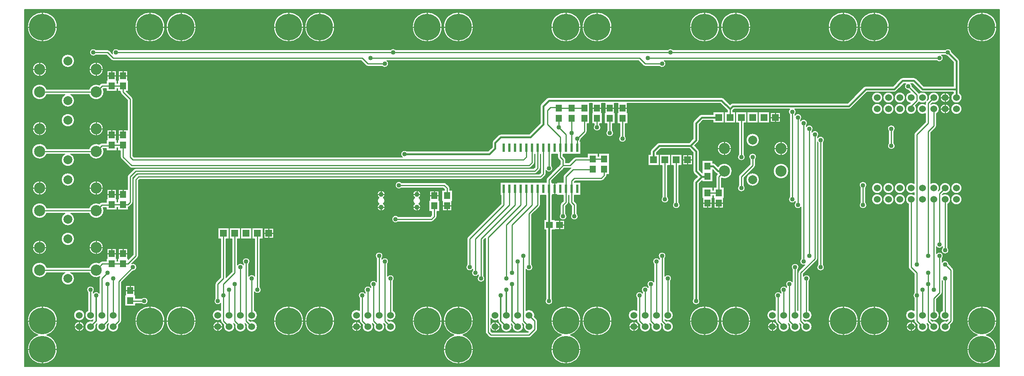
<source format=gbr>
G04 DesignSpark PCB Gerber Version 11.0 Build 5877*
G04 #@! TF.Part,Single*
G04 #@! TF.FileFunction,Copper,L1,Top*
G04 #@! TF.FilePolarity,Positive*
%FSLAX35Y35*%
%MOIN*%
G04 #@! TA.AperFunction,SMDPad,CuDef*
%ADD115R,0.02362X0.07480*%
%ADD114R,0.05500X0.06000*%
G04 #@! TA.AperFunction,ComponentPad*
%ADD113R,0.06000X0.06000*%
G04 #@! TD.AperFunction*
%ADD18C,0.00500*%
%ADD70C,0.01000*%
%ADD109C,0.01181*%
%ADD107C,0.01575*%
G04 #@! TA.AperFunction,ViaPad*
%ADD108C,0.04000*%
G04 #@! TA.AperFunction,ComponentPad*
%ADD116C,0.04331*%
%ADD21C,0.06000*%
G04 #@! TA.AperFunction,WasherPad*
%ADD111C,0.07874*%
G04 #@! TA.AperFunction,ComponentPad*
%ADD112C,0.09843*%
G04 #@! TA.AperFunction,SMDPad,CuDef*
%ADD90R,0.06000X0.05500*%
G04 #@! TA.AperFunction,WasherPad*
%ADD110C,0.23622*%
G04 #@! TD.AperFunction*
X0Y0D02*
D02*
D18*
X4600Y320900D02*
Y4600D01*
X865900D01*
Y320900D01*
X4600D01*
X7189Y45250D02*
G75*
G02*
X33311I13061J0D01*
G01*
G75*
G02*
X24037Y32750I-13061J0D01*
G01*
G75*
G02*
X33311Y20250I-3787J-12500D01*
G01*
G75*
G02*
X7189I-13061J0D01*
G01*
G75*
G02*
X16463Y32750I13061J0D01*
G01*
G75*
G02*
X7189Y45250I3787J12500D01*
G01*
Y305250D02*
G75*
G02*
X33311I13061J0D01*
G01*
G75*
G02*
X7189I-13061J0D01*
G01*
X830362Y246806D02*
G75*
G02*
X827750Y237925I-2612J-4056D01*
G01*
G75*
G02*
X825138Y246806I0J4825D01*
G01*
Y247638D01*
X797750D01*
G75*
G02*
X795901Y248405I0J2612D01*
G01*
X789168Y255138D01*
X787455D01*
G75*
G02*
X788500Y252788I-2205J-2387D01*
G01*
X794394Y246894D01*
G75*
G02*
X794711Y246498I-1643J-1644D01*
G01*
G75*
G02*
X801719Y240007I3039J-3748D01*
G01*
X803117Y241404D01*
G75*
G02*
X807750Y247575I4633J1346D01*
G01*
G75*
G02*
X812575Y242750I0J-4825D01*
G01*
G75*
G02*
X806404Y238117I-4825J0D01*
G01*
X805075Y236787D01*
Y236765D01*
G75*
G02*
X812575Y232750I2675J-4015D01*
G01*
G75*
G02*
X810075Y228522I-4825J0D01*
G01*
Y217754D01*
G75*
G02*
Y217751I-802J-1D01*
G01*
G75*
G02*
Y217750I-705J0D01*
G01*
G75*
G02*
X809394Y216106I-2325J0D01*
G01*
X805075Y211787D01*
Y166765D01*
G75*
G02*
X811719Y160007I2675J-4015D01*
G01*
X813117Y161404D01*
G75*
G02*
X817750Y167575I4633J1346D01*
G01*
G75*
G02*
X822575Y162750I0J-4825D01*
G01*
G75*
G02*
X816404Y158117I-4825J0D01*
G01*
X815075Y156787D01*
Y156765D01*
G75*
G02*
X822575Y152750I2675J-4015D01*
G01*
G75*
G02*
X820075Y148522I-4825J0D01*
G01*
Y110021D01*
G75*
G02*
X821000Y107750I-2325J-2271D01*
G01*
G75*
G02*
X814500I-3250J0D01*
G01*
G75*
G02*
X815425Y110021I3250J0D01*
G01*
Y110904D01*
G75*
G02*
X810075I-2675J1846D01*
G01*
Y104596D01*
G75*
G02*
X816000Y102750I2675J-1846D01*
G01*
G75*
G02*
X815075Y100479I-3250J0D01*
G01*
Y97096D01*
G75*
G02*
X821000Y95288I2675J-1845D01*
G01*
X824394Y91894D01*
G75*
G02*
X825075Y90250I-1644J-1644D01*
G01*
G75*
G02*
Y90249I-663J0D01*
G01*
G75*
G02*
Y90246I-789J-1D01*
G01*
Y45254D01*
G75*
G02*
Y45251I-802J-1D01*
G01*
G75*
G02*
Y45250I-705J0D01*
G01*
G75*
G02*
X824394Y43606I-2325J0D01*
G01*
X822383Y41596D01*
G75*
G02*
X822575Y40250I-4634J-1345D01*
G01*
G75*
G02*
X812925I-4825J0D01*
G01*
G75*
G02*
X819096Y44883I4825J0D01*
G01*
X820425Y46213D01*
Y46235D01*
G75*
G02*
X812925Y50250I-2675J4015D01*
G01*
G75*
G02*
X815425Y54478I4825J0D01*
G01*
Y80479D01*
G75*
G02*
X815075Y80904I2325J2271D01*
G01*
Y70254D01*
G75*
G02*
Y70251I-802J-1D01*
G01*
G75*
G02*
Y70250I-705J0D01*
G01*
G75*
G02*
X814394Y68606I-2325J0D01*
G01*
X810075Y64287D01*
Y54478D01*
G75*
G02*
X812575Y50250I-2325J-4228D01*
G01*
G75*
G02*
X805075Y46235I-4825J0D01*
G01*
Y46213D01*
X806404Y44883D01*
G75*
G02*
X812575Y40250I1346J-4633D01*
G01*
G75*
G02*
X802925I-4825J0D01*
G01*
G75*
G02*
X803117Y41596I4825J0D01*
G01*
X801719Y42993D01*
G75*
G02*
X802575Y40250I-3969J-2743D01*
G01*
G75*
G02*
X792925I-4825J0D01*
G01*
G75*
G02*
X793117Y41596I4825J0D01*
G01*
X791106Y43606D01*
G75*
G02*
X790425Y45250I1644J1644D01*
G01*
G75*
G02*
Y45251I663J0D01*
G01*
G75*
G02*
Y45254I789J2D01*
G01*
Y46235D01*
G75*
G02*
X782925Y50250I-2675J4015D01*
G01*
G75*
G02*
X790425Y54265I4825J0D01*
G01*
Y65479D01*
G75*
G02*
Y70021I2325J2271D01*
G01*
Y86787D01*
X786106Y91106D01*
G75*
G02*
X785425Y92750I1644J1644D01*
G01*
G75*
G02*
Y92751I663J0D01*
G01*
G75*
G02*
Y92754I789J2D01*
G01*
Y148522D01*
G75*
G02*
X787750Y157575I2325J4228D01*
G01*
G75*
G02*
X790425Y156765I0J-4825D01*
G01*
Y158735D01*
G75*
G02*
X782925Y162750I-2675J4015D01*
G01*
G75*
G02*
X790425Y166765I4825J0D01*
G01*
Y210246D01*
G75*
G02*
Y210249I802J2D01*
G01*
G75*
G02*
Y210250I705J0D01*
G01*
G75*
G02*
X791106Y211894I2325J0D01*
G01*
X800425Y221213D01*
Y228735D01*
G75*
G02*
X792925Y232750I-2675J4015D01*
G01*
G75*
G02*
X800425Y236765I4825J0D01*
G01*
Y237746D01*
G75*
G02*
Y237749I802J2D01*
G01*
G75*
G02*
Y237750I705J0D01*
G01*
G75*
G02*
X800794Y239007I2325J0D01*
G01*
G75*
G02*
X794711Y239002I-3044J3743D01*
G01*
G75*
G02*
X794394Y238606I-1960J1248D01*
G01*
X791533Y235745D01*
G75*
G02*
X787750Y227925I-3783J-2995D01*
G01*
G75*
G02*
X786663Y237451I0J4825D01*
G01*
X787172Y237960D01*
G75*
G02*
Y247540I578J4790D01*
G01*
X785212Y249500D01*
G75*
G02*
X783045Y255138I38J3250D01*
G01*
X781332D01*
X774599Y248405D01*
G75*
G02*
X772750Y247638I-1849J1845D01*
G01*
X748832D01*
X734599Y233405D01*
G75*
G02*
X732750Y232638I-1849J1845D01*
G01*
X684955D01*
G75*
G02*
X685075Y227979I-2205J-2388D01*
G01*
Y227096D01*
G75*
G02*
X691000Y225250I2675J-1846D01*
G01*
G75*
G02*
X690075Y222979I-3250J0D01*
G01*
Y222096D01*
G75*
G02*
X696000Y220250I2675J-1846D01*
G01*
G75*
G02*
X695075Y217979I-3250J0D01*
G01*
Y217096D01*
G75*
G02*
X701000Y215250I2675J-1846D01*
G01*
G75*
G02*
X700075Y212979I-3250J0D01*
G01*
Y212096D01*
G75*
G02*
X706000Y210250I2675J-1846D01*
G01*
G75*
G02*
X705075Y207979I-3250J0D01*
G01*
Y207096D01*
G75*
G02*
X711000Y205250I2675J-1846D01*
G01*
G75*
G02*
X710075Y202979I-3250J0D01*
G01*
Y95021D01*
G75*
G02*
X711000Y92750I-2325J-2271D01*
G01*
G75*
G02*
X704500I-3250J0D01*
G01*
G75*
G02*
X705425Y95021I3250J0D01*
G01*
Y202979D01*
G75*
G02*
X705075Y203404I2325J2271D01*
G01*
Y100254D01*
G75*
G02*
Y100251I-802J-1D01*
G01*
G75*
G02*
Y100250I-705J0D01*
G01*
G75*
G02*
X704394Y98606I-2325J0D01*
G01*
X692575Y86787D01*
Y84596D01*
G75*
G02*
X698500Y82750I2675J-1846D01*
G01*
G75*
G02*
X697575Y80479I-3250J0D01*
G01*
Y54478D01*
G75*
G02*
X700075Y50250I-2325J-4228D01*
G01*
G75*
G02*
X692575Y46235I-4825J0D01*
G01*
Y46213D01*
X693904Y44883D01*
G75*
G02*
X700075Y40250I1346J-4633D01*
G01*
G75*
G02*
X690425I-4825J0D01*
G01*
G75*
G02*
X690617Y41596I4825J0D01*
G01*
X689219Y42993D01*
G75*
G02*
X690075Y40250I-3969J-2743D01*
G01*
G75*
G02*
X680425I-4825J0D01*
G01*
G75*
G02*
X680617Y41596I4825J0D01*
G01*
X679219Y42993D01*
G75*
G02*
X680075Y40250I-3969J-2743D01*
G01*
G75*
G02*
X670425I-4825J0D01*
G01*
G75*
G02*
X670617Y41596I4825J0D01*
G01*
X668606Y43606D01*
G75*
G02*
X667925Y45250I1644J1644D01*
G01*
G75*
G02*
Y45251I663J0D01*
G01*
G75*
G02*
Y45254I789J2D01*
G01*
Y46235D01*
G75*
G02*
X660425Y50250I-2675J4015D01*
G01*
G75*
G02*
X667925Y54265I4825J0D01*
G01*
Y65479D01*
G75*
G02*
X667000Y67750I2325J2271D01*
G01*
G75*
G02*
X672925Y69596I3250J0D01*
G01*
Y70479D01*
G75*
G02*
X672000Y72750I2325J2271D01*
G01*
G75*
G02*
X677925Y74596I3250J0D01*
G01*
Y75479D01*
G75*
G02*
X677000Y77750I2325J2271D01*
G01*
G75*
G02*
X682925Y79596I3250J0D01*
G01*
Y90479D01*
G75*
G02*
X682000Y92750I2325J2271D01*
G01*
G75*
G02*
X688500I3250J0D01*
G01*
G75*
G02*
X687575Y90479I-3250J0D01*
G01*
Y54478D01*
G75*
G02*
X687925Y54265I-2326J-4228D01*
G01*
Y87746D01*
G75*
G02*
Y87749I802J2D01*
G01*
G75*
G02*
Y87750I705J0D01*
G01*
G75*
G02*
X688606Y89394I2325J0D01*
G01*
X693937Y94724D01*
G75*
G02*
X690425Y100021I-1186J3026D01*
G01*
Y145904D01*
G75*
G02*
X684500Y147750I-2675J1846D01*
G01*
G75*
G02*
X685425Y150021I3250J0D01*
G01*
Y150904D01*
G75*
G02*
X679500Y152750I-2675J1846D01*
G01*
G75*
G02*
X680425Y155021I3250J0D01*
G01*
Y227979D01*
G75*
G02*
X680545Y232638I2325J2271D01*
G01*
X631332D01*
X630075Y231381D01*
Y230075D01*
X632575D01*
Y220425D01*
X622925D01*
Y230075D01*
X625425D01*
Y231381D01*
X619168Y237638D01*
X536750D01*
Y229325D01*
X537325D01*
Y219675D01*
X535075D01*
Y208771D01*
G75*
G02*
X536000Y206500I-2325J-2271D01*
G01*
G75*
G02*
X529500I-3250J0D01*
G01*
G75*
G02*
X530425Y208771I3250J0D01*
G01*
Y219675D01*
X528175D01*
Y229325D01*
X528750D01*
Y237638D01*
X525500D01*
Y229325D01*
X526075D01*
Y219675D01*
X523825D01*
Y213771D01*
G75*
G02*
X524750Y211500I-2325J-2271D01*
G01*
G75*
G02*
X518250I-3250J0D01*
G01*
G75*
G02*
X519175Y213771I3250J0D01*
G01*
Y219675D01*
X516925D01*
Y229325D01*
X517500D01*
Y237638D01*
X514250D01*
Y229325D01*
X514825D01*
Y219675D01*
X512575D01*
Y218771D01*
G75*
G02*
X513500Y216500I-2325J-2271D01*
G01*
G75*
G02*
X507000I-3250J0D01*
G01*
G75*
G02*
X507925Y218771I3250J0D01*
G01*
Y219675D01*
X505675D01*
Y229325D01*
X506250D01*
Y237638D01*
X503575D01*
Y219675D01*
X501325D01*
Y212754D01*
G75*
G02*
Y212751I-802J-1D01*
G01*
G75*
G02*
Y212750I-705J0D01*
G01*
G75*
G02*
X500644Y211106I-2325J0D01*
G01*
X496000Y206462D01*
G75*
G02*
X495075Y204229I-3250J38D01*
G01*
Y203945D01*
X495756D01*
Y192815D01*
X480094D01*
Y191221D01*
X481907Y189409D01*
G75*
G02*
X482594Y187750I-1657J-1659D01*
G01*
Y185075D01*
X485537D01*
X489856Y189394D01*
G75*
G02*
X491504Y190075I1644J-1644D01*
G01*
X501925D01*
Y193325D01*
X511075D01*
Y190825D01*
X511925D01*
Y193325D01*
X521075D01*
Y174675D01*
X518825D01*
Y174000D01*
G75*
G02*
X518141Y172354I-2325J0D01*
G01*
X515646Y169859D01*
G75*
G02*
X514000Y169175I-1646J1641D01*
G01*
X491213D01*
X490075Y168037D01*
Y167685D01*
X495756D01*
Y156555D01*
X490075D01*
Y151213D01*
X491891Y149396D01*
G75*
G02*
X492575Y147750I-1641J-1646D01*
G01*
Y140021D01*
G75*
G02*
X493500Y137750I-2325J-2271D01*
G01*
G75*
G02*
X487000I-3250J0D01*
G01*
G75*
G02*
X487925Y140021I3250J0D01*
G01*
Y146787D01*
X486109Y148604D01*
G75*
G02*
X485425Y150250I1641J1646D01*
G01*
Y156555D01*
X485075D01*
Y150250D01*
G75*
G02*
X484391Y148604I-2325J0D01*
G01*
X482575Y146787D01*
Y140021D01*
G75*
G02*
X483500Y137750I-2325J-2271D01*
G01*
G75*
G02*
X477000I-3250J0D01*
G01*
G75*
G02*
X477925Y140021I3250J0D01*
G01*
Y147750D01*
G75*
G02*
X478609Y149396I2325J0D01*
G01*
X480425Y151213D01*
Y156555D01*
X474744D01*
Y157130D01*
X470756D01*
Y156555D01*
X470362D01*
Y134825D01*
X473075D01*
Y134250D01*
X481500D01*
Y126250D01*
X473075D01*
Y125675D01*
X470362D01*
Y64683D01*
G75*
G02*
X471000Y62750I-2612J-1933D01*
G01*
G75*
G02*
X464500I-3250J0D01*
G01*
G75*
G02*
X465138Y64683I3250J0D01*
G01*
Y125675D01*
X463425D01*
Y134825D01*
X465138D01*
Y156555D01*
X460075D01*
Y147754D01*
G75*
G02*
Y147751I-802J-1D01*
G01*
G75*
G02*
Y147750I-705J0D01*
G01*
G75*
G02*
X459394Y146106I-2325J0D01*
G01*
X452575Y139287D01*
Y95021D01*
G75*
G02*
X453500Y92750I-2325J-2271D01*
G01*
G75*
G02*
X447575Y90904I-3250J0D01*
G01*
Y54265D01*
G75*
G02*
X454883Y48904I2675J-4016D01*
G01*
X456894Y46894D01*
G75*
G02*
X457575Y45250I-1644J-1644D01*
G01*
G75*
G02*
Y45249I-663J0D01*
G01*
G75*
G02*
Y45246I-789J-1D01*
G01*
Y37754D01*
G75*
G02*
Y37751I-802J-1D01*
G01*
G75*
G02*
Y37750I-705J0D01*
G01*
G75*
G02*
X456894Y36106I-2325J0D01*
G01*
X451894Y31106D01*
G75*
G02*
X450246Y30425I-1644J1644D01*
G01*
X416500D01*
G75*
G02*
X414854Y31109I0J2325D01*
G01*
X412359Y33604D01*
G75*
G02*
X411675Y35250I1641J1646D01*
G01*
Y118387D01*
X410075Y116787D01*
Y85021D01*
G75*
G02*
X411000Y82750I-2325J-2271D01*
G01*
G75*
G02*
X404500I-3250J0D01*
G01*
G75*
G02*
X405425Y85021I3250J0D01*
G01*
Y85904D01*
G75*
G02*
X399500Y87750I-2675J1846D01*
G01*
G75*
G02*
X400425Y90021I3250J0D01*
G01*
Y90904D01*
G75*
G02*
X394500Y92750I-2675J1846D01*
G01*
G75*
G02*
X395425Y95021I3250J0D01*
G01*
Y117746D01*
G75*
G02*
Y117749I802J2D01*
G01*
G75*
G02*
Y117750I705J0D01*
G01*
G75*
G02*
X396106Y119394I2325J0D01*
G01*
X425425Y148713D01*
Y156555D01*
X424744D01*
Y167685D01*
X465425D01*
Y170246D01*
G75*
G02*
Y170249I802J2D01*
G01*
G75*
G02*
Y170250I705J0D01*
G01*
G75*
G02*
X466106Y171894I2325J0D01*
G01*
X475892Y181680D01*
G75*
G02*
X476092Y181908I1859J-1429D01*
G01*
X477906Y183721D01*
Y186779D01*
X476093Y188591D01*
G75*
G02*
X475406Y190250I1657J1659D01*
G01*
Y192815D01*
X470075D01*
Y182521D01*
G75*
G02*
X471000Y180250I-2325J-2271D01*
G01*
G75*
G02*
X465075Y178404I-3250J0D01*
G01*
Y175250D01*
G75*
G02*
X464391Y173604I-2325J0D01*
G01*
X461896Y171109D01*
G75*
G02*
X460250Y170425I-1646J1641D01*
G01*
X106213D01*
X105075Y169287D01*
Y102754D01*
G75*
G02*
Y102751I-802J-1D01*
G01*
G75*
G02*
Y102750I-705J0D01*
G01*
G75*
G02*
X104394Y101106I-2325J0D01*
G01*
X99063Y95776D01*
G75*
G02*
X103500Y92750I1187J-3026D01*
G01*
G75*
G02*
X100288Y89500I-3250J0D01*
G01*
X90075Y79287D01*
Y45254D01*
G75*
G02*
Y45251I-802J-1D01*
G01*
G75*
G02*
Y45250I-705J0D01*
G01*
G75*
G02*
X89394Y43606I-2325J0D01*
G01*
X87383Y41596D01*
G75*
G02*
X87575Y40250I-4634J-1345D01*
G01*
G75*
G02*
X77925I-4825J0D01*
G01*
G75*
G02*
X78781Y42993I4825J0D01*
G01*
X77383Y41596D01*
G75*
G02*
X77575Y40250I-4634J-1345D01*
G01*
G75*
G02*
X67925I-4825J0D01*
G01*
G75*
G02*
X68563Y42647I4825J0D01*
G01*
X67411Y41495D01*
G75*
G02*
X67575Y40250I-4661J-1245D01*
G01*
G75*
G02*
X57925I-4825J0D01*
G01*
G75*
G02*
X63995Y44911I4825J0D01*
G01*
X65147Y46063D01*
G75*
G02*
X57925Y50250I-2397J4187D01*
G01*
G75*
G02*
X60425Y54478I4825J0D01*
G01*
Y70479D01*
G75*
G02*
X59500Y72750I2325J2271D01*
G01*
G75*
G02*
X66000I3250J0D01*
G01*
G75*
G02*
X65075Y70479I-3250J0D01*
G01*
Y69596D01*
G75*
G02*
X70425I2675J-1846D01*
G01*
Y82746D01*
G75*
G02*
Y82749I802J2D01*
G01*
G75*
G02*
Y82750I705J0D01*
G01*
G75*
G02*
X71106Y84394I2325J0D01*
G01*
X71116Y84404D01*
G75*
G02*
X61417Y87925I-3366J5846D01*
G01*
X45283D01*
G75*
G02*
X48512Y82750I-2533J-5175D01*
G01*
G75*
G02*
X36988I-5762J0D01*
G01*
G75*
G02*
X40217Y87925I5762J0D01*
G01*
X24083D01*
G75*
G02*
X11004Y90250I-6333J2325D01*
G01*
G75*
G02*
X24083Y92575I6746J0D01*
G01*
X61417D01*
G75*
G02*
X70584Y96372I6333J-2325D01*
G01*
X71606Y97394D01*
G75*
G02*
X73254Y98075I1644J-1644D01*
G01*
X76925D01*
Y100575D01*
X77500D01*
Y109000D01*
X85500D01*
Y100575D01*
X86075D01*
Y98075D01*
X86925D01*
Y100575D01*
X87500D01*
Y109000D01*
X95500D01*
Y100575D01*
X96075D01*
Y99363D01*
X100425Y103713D01*
Y170250D01*
G75*
G02*
X101109Y171896I2325J0D01*
G01*
X103604Y174391D01*
G75*
G02*
X105250Y175075I1646J-1641D01*
G01*
X459287D01*
X460425Y176213D01*
Y192815D01*
X460075D01*
Y180250D01*
G75*
G02*
X459391Y178604I-2325J0D01*
G01*
X456896Y176109D01*
G75*
G02*
X455250Y175425I-1646J1641D01*
G01*
X103713D01*
X100075Y171787D01*
Y150254D01*
G75*
G02*
Y150251I-802J-1D01*
G01*
G75*
G02*
Y150250I-705J0D01*
G01*
G75*
G02*
X99394Y148606I-2325J0D01*
G01*
X97394Y146606D01*
G75*
G02*
X96075Y145948I-1644J1644D01*
G01*
Y143425D01*
X86925D01*
Y145925D01*
X86075D01*
Y143425D01*
X76925D01*
Y145425D01*
X73943D01*
G75*
G02*
X74496Y142750I-6193J-2675D01*
G01*
G75*
G02*
X61417Y140425I-6746J0D01*
G01*
X45283D01*
G75*
G02*
X48512Y135250I-2533J-5175D01*
G01*
G75*
G02*
X36988I-5762J0D01*
G01*
G75*
G02*
X40217Y140425I5762J0D01*
G01*
X24083D01*
G75*
G02*
X11004Y142750I-6333J2325D01*
G01*
G75*
G02*
X24083Y145075I6746J0D01*
G01*
X61417D01*
G75*
G02*
X70584Y148872I6333J-2325D01*
G01*
X71106Y149394D01*
G75*
G02*
X72754Y150075I1644J-1644D01*
G01*
X76925D01*
Y153075D01*
X77500D01*
Y161500D01*
X85500D01*
Y153075D01*
X86075D01*
Y150575D01*
X86925D01*
Y153075D01*
X87500D01*
Y161500D01*
X95425D01*
Y172746D01*
G75*
G02*
Y172749I802J2D01*
G01*
G75*
G02*
Y172750I705J0D01*
G01*
G75*
G02*
X96106Y174394I2325J0D01*
G01*
X101106Y179394D01*
G75*
G02*
X102754Y180075I1644J-1644D01*
G01*
X454287D01*
X455425Y181213D01*
Y192815D01*
X455075D01*
Y185250D01*
G75*
G02*
X454391Y183604I-2325J0D01*
G01*
X451896Y181109D01*
G75*
G02*
X450250Y180425I-1646J1641D01*
G01*
X99004D01*
G75*
G02*
X97356Y181106I-3J2325D01*
G01*
X89856Y188606D01*
G75*
G02*
X89175Y190250I1644J1644D01*
G01*
G75*
G02*
Y190251I663J0D01*
G01*
G75*
G02*
Y190254I789J2D01*
G01*
Y195925D01*
X86925D01*
Y198425D01*
X86075D01*
Y195925D01*
X76925D01*
Y197925D01*
X73943D01*
G75*
G02*
X74496Y195250I-6193J-2675D01*
G01*
G75*
G02*
X61417Y192925I-6746J0D01*
G01*
X45283D01*
G75*
G02*
X48512Y187750I-2533J-5175D01*
G01*
G75*
G02*
X36988I-5762J0D01*
G01*
G75*
G02*
X40217Y192925I5762J0D01*
G01*
X24083D01*
G75*
G02*
X11004Y195250I-6333J2325D01*
G01*
G75*
G02*
X24083Y197575I6746J0D01*
G01*
X61417D01*
G75*
G02*
X70584Y201372I6333J-2325D01*
G01*
X71106Y201894D01*
G75*
G02*
X72754Y202575I1644J-1644D01*
G01*
X76925D01*
Y205575D01*
X77500D01*
Y214000D01*
X85500D01*
Y205575D01*
X86075D01*
Y203075D01*
X86925D01*
Y205575D01*
X87500D01*
Y214000D01*
X95425D01*
Y240537D01*
X89856Y246106D01*
G75*
G02*
X89175Y247750I1644J1644D01*
G01*
G75*
G02*
Y247751I663J0D01*
G01*
G75*
G02*
Y247754I789J2D01*
G01*
Y248425D01*
X86925D01*
Y250925D01*
X86075D01*
Y248425D01*
X76925D01*
Y250925D01*
X74213D01*
X73872Y250584D01*
G75*
G02*
X74496Y247750I-6122J-2834D01*
G01*
G75*
G02*
X61417Y245425I-6746J0D01*
G01*
X45283D01*
G75*
G02*
X48512Y240250I-2533J-5175D01*
G01*
G75*
G02*
X36988I-5762J0D01*
G01*
G75*
G02*
X40217Y245425I5762J0D01*
G01*
X24083D01*
G75*
G02*
X11004Y247750I-6333J2325D01*
G01*
G75*
G02*
X24083Y250075I6746J0D01*
G01*
X61417D01*
G75*
G02*
X70584Y253872I6333J-2325D01*
G01*
X71606Y254894D01*
G75*
G02*
X73254Y255575I1644J-1644D01*
G01*
X76925D01*
Y258075D01*
X77500D01*
Y266500D01*
X85500D01*
Y258075D01*
X86075D01*
Y255575D01*
X86925D01*
Y258075D01*
X87500D01*
Y266500D01*
X95500D01*
Y258075D01*
X96075D01*
Y248425D01*
X94113D01*
X99394Y243144D01*
G75*
G02*
X100075Y241500I-1644J-1644D01*
G01*
G75*
G02*
Y241499I-663J0D01*
G01*
G75*
G02*
Y241496I-789J-1D01*
G01*
Y191213D01*
X101213Y190075D01*
X338326D01*
G75*
G02*
X336921Y192750I1846J2675D01*
G01*
G75*
G02*
X342105Y195362I3250J0D01*
G01*
X414168D01*
X417638Y198832D01*
Y202750D01*
G75*
G02*
X418405Y204599I2612J0D01*
G01*
X423401Y209595D01*
G75*
G02*
X425250Y210362I1849J-1845D01*
G01*
X450418D01*
X460138Y220082D01*
Y235250D01*
G75*
G02*
X460905Y237099I2612J0D01*
G01*
X465901Y242095D01*
G75*
G02*
X467750Y242862I1849J-1845D01*
G01*
X620250D01*
G75*
G02*
X622099Y242095I0J-2612D01*
G01*
X627750Y236444D01*
X628401Y237095D01*
G75*
G02*
X630250Y237862I1849J-1845D01*
G01*
X731668D01*
X745901Y252095D01*
G75*
G02*
X747750Y252862I1849J-1845D01*
G01*
X771668D01*
X778401Y259595D01*
G75*
G02*
X780250Y260362I1849J-1845D01*
G01*
X790250D01*
G75*
G02*
X792099Y259595I0J-2612D01*
G01*
X798832Y252862D01*
X825138D01*
Y274168D01*
X819770Y279535D01*
G75*
G02*
X817979Y280425I480J3215D01*
G01*
X814596D01*
G75*
G02*
X816000Y277750I-1846J-2675D01*
G01*
G75*
G02*
X810479Y275425I-3250J0D01*
G01*
X569596D01*
G75*
G02*
X571000Y272750I-1846J-2675D01*
G01*
G75*
G02*
X565479Y270425I-3250J0D01*
G01*
X552754D01*
G75*
G02*
X551106Y271106I-3J2325D01*
G01*
X546787Y275425D01*
X324596D01*
G75*
G02*
X326000Y272750I-1846J-2675D01*
G01*
G75*
G02*
X320479Y270425I-3250J0D01*
G01*
X307754D01*
G75*
G02*
X306106Y271106I-3J2325D01*
G01*
X301787Y275425D01*
X82754D01*
G75*
G02*
X81106Y276106I-3J2325D01*
G01*
X76787Y280425D01*
X67521D01*
G75*
G02*
X62000Y282750I-2271J2325D01*
G01*
G75*
G02*
X67521Y285075I3250J0D01*
G01*
X77746D01*
G75*
G02*
X79394Y284394I3J-2325D01*
G01*
X82224Y281563D01*
G75*
G02*
X87521Y285075I3026J1187D01*
G01*
X327979D01*
G75*
G02*
X332521I2271J-2325D01*
G01*
X572979D01*
G75*
G02*
X577521I2271J-2325D01*
G01*
X817979D01*
G75*
G02*
X823465Y283230I2271J-2325D01*
G01*
X829595Y277099D01*
G75*
G02*
X830362Y275250I-1845J-1849D01*
G01*
Y246806D01*
X61579Y110250D02*
G75*
G02*
X73921I6171J0D01*
G01*
G75*
G02*
X61579I-6171J0D01*
G01*
X36988Y117750D02*
G75*
G02*
X48512I5762J0D01*
G01*
G75*
G02*
X36988I-5762J0D01*
G01*
X11579Y110250D02*
G75*
G02*
X23921I6171J0D01*
G01*
G75*
G02*
X11579I-6171J0D01*
G01*
X61579Y162750D02*
G75*
G02*
X73921I6171J0D01*
G01*
G75*
G02*
X61579I-6171J0D01*
G01*
X36988Y170250D02*
G75*
G02*
X48512I5762J0D01*
G01*
G75*
G02*
X36988I-5762J0D01*
G01*
X11579Y162750D02*
G75*
G02*
X23921I6171J0D01*
G01*
G75*
G02*
X11579I-6171J0D01*
G01*
X61579Y215250D02*
G75*
G02*
X73921I6171J0D01*
G01*
G75*
G02*
X61579I-6171J0D01*
G01*
X36988Y222750D02*
G75*
G02*
X48512I5762J0D01*
G01*
G75*
G02*
X36988I-5762J0D01*
G01*
X11579Y215250D02*
G75*
G02*
X23921I6171J0D01*
G01*
G75*
G02*
X11579I-6171J0D01*
G01*
X813500Y232750D02*
G75*
G02*
X822000I4250J0D01*
G01*
G75*
G02*
X813500I-4250J0D01*
G01*
Y242750D02*
G75*
G02*
X822000I4250J0D01*
G01*
G75*
G02*
X813500I-4250J0D01*
G01*
X827750Y157575D02*
G75*
G02*
X832575Y152750I0J-4825D01*
G01*
G75*
G02*
X827750Y147925I-4825J0D01*
G01*
G75*
G02*
X822925Y152750I0J4825D01*
G01*
G75*
G02*
X827750Y157575I4825J0D01*
G01*
Y167575D02*
G75*
G02*
X832575Y162750I0J-4825D01*
G01*
G75*
G02*
X827750Y157925I-4825J0D01*
G01*
G75*
G02*
X822925Y162750I0J4825D01*
G01*
G75*
G02*
X827750Y167575I4825J0D01*
G01*
Y237575D02*
G75*
G02*
X832575Y232750I0J-4825D01*
G01*
G75*
G02*
X827750Y227925I-4825J0D01*
G01*
G75*
G02*
X822925Y232750I0J4825D01*
G01*
G75*
G02*
X827750Y237575I4825J0D01*
G01*
X783500Y40250D02*
G75*
G02*
X792000I4250J0D01*
G01*
G75*
G02*
X783500I-4250J0D01*
G01*
X777750Y237575D02*
G75*
G02*
X782575Y232750I0J-4825D01*
G01*
G75*
G02*
X777750Y227925I-4825J0D01*
G01*
G75*
G02*
X772925Y232750I0J4825D01*
G01*
G75*
G02*
X777750Y237575I4825J0D01*
G01*
Y247575D02*
G75*
G02*
X782575Y242750I0J-4825D01*
G01*
G75*
G02*
X777750Y237925I-4825J0D01*
G01*
G75*
G02*
X772925Y242750I0J4825D01*
G01*
G75*
G02*
X777750Y247575I4825J0D01*
G01*
X757750Y157575D02*
G75*
G02*
X762575Y152750I0J-4825D01*
G01*
G75*
G02*
X757750Y147925I-4825J0D01*
G01*
G75*
G02*
X752925Y152750I0J4825D01*
G01*
G75*
G02*
X757750Y157575I4825J0D01*
G01*
Y167575D02*
G75*
G02*
X762575Y162750I0J-4825D01*
G01*
G75*
G02*
X757750Y157925I-4825J0D01*
G01*
G75*
G02*
X752925Y162750I0J4825D01*
G01*
G75*
G02*
X757750Y167575I4825J0D01*
G01*
Y237575D02*
G75*
G02*
X762575Y232750I0J-4825D01*
G01*
G75*
G02*
X757750Y227925I-4825J0D01*
G01*
G75*
G02*
X752925Y232750I0J4825D01*
G01*
G75*
G02*
X757750Y237575I4825J0D01*
G01*
Y247575D02*
G75*
G02*
X762575Y242750I0J-4825D01*
G01*
G75*
G02*
X757750Y237925I-4825J0D01*
G01*
G75*
G02*
X752925Y242750I0J4825D01*
G01*
G75*
G02*
X757750Y247575I4825J0D01*
G01*
X767750Y157575D02*
G75*
G02*
X772575Y152750I0J-4825D01*
G01*
G75*
G02*
X767750Y147925I-4825J0D01*
G01*
G75*
G02*
X762925Y152750I0J4825D01*
G01*
G75*
G02*
X767750Y157575I4825J0D01*
G01*
Y167575D02*
G75*
G02*
X772575Y162750I0J-4825D01*
G01*
G75*
G02*
X767750Y157925I-4825J0D01*
G01*
G75*
G02*
X762925Y162750I0J4825D01*
G01*
G75*
G02*
X767750Y167575I4825J0D01*
G01*
Y237575D02*
G75*
G02*
X772575Y232750I0J-4825D01*
G01*
G75*
G02*
X767750Y227925I-4825J0D01*
G01*
G75*
G02*
X762925Y232750I0J4825D01*
G01*
G75*
G02*
X767750Y237575I4825J0D01*
G01*
X767000Y215250D02*
G75*
G02*
X773500I3250J0D01*
G01*
G75*
G02*
X772575Y212979I-3250J0D01*
G01*
Y202521D01*
G75*
G02*
X773500Y200250I-2325J-2271D01*
G01*
G75*
G02*
X767000I-3250J0D01*
G01*
G75*
G02*
X767925Y202521I3250J0D01*
G01*
Y212979D01*
G75*
G02*
X767000Y215250I2325J2271D01*
G01*
X777750Y157575D02*
G75*
G02*
X782575Y152750I0J-4825D01*
G01*
G75*
G02*
X777750Y147925I-4825J0D01*
G01*
G75*
G02*
X772925Y152750I0J4825D01*
G01*
G75*
G02*
X777750Y157575I4825J0D01*
G01*
Y167575D02*
G75*
G02*
X782575Y162750I0J-4825D01*
G01*
G75*
G02*
X777750Y157925I-4825J0D01*
G01*
G75*
G02*
X772925Y162750I0J4825D01*
G01*
G75*
G02*
X777750Y167575I4825J0D01*
G01*
X767750Y247575D02*
G75*
G02*
X772575Y242750I0J-4825D01*
G01*
G75*
G02*
X767750Y237925I-4825J0D01*
G01*
G75*
G02*
X762925Y242750I0J4825D01*
G01*
G75*
G02*
X767750Y247575I4825J0D01*
G01*
X742000Y165250D02*
G75*
G02*
X748500I3250J0D01*
G01*
G75*
G02*
X747575Y162979I-3250J0D01*
G01*
Y150021D01*
G75*
G02*
X748500Y147750I-2325J-2271D01*
G01*
G75*
G02*
X742000I-3250J0D01*
G01*
G75*
G02*
X742925Y150021I3250J0D01*
G01*
Y162979D01*
G75*
G02*
X742000Y165250I2325J2271D01*
G01*
X742189Y45250D02*
G75*
G02*
X768311I13061J0D01*
G01*
G75*
G02*
X742189I-13061J0D01*
G01*
X714689D02*
G75*
G02*
X740811I13061J0D01*
G01*
G75*
G02*
X714689I-13061J0D01*
G01*
X661000Y40250D02*
G75*
G02*
X669500I4250J0D01*
G01*
G75*
G02*
X661000I-4250J0D01*
G01*
X632925Y230075D02*
X642575D01*
Y220425D01*
X640075D01*
Y192521D01*
G75*
G02*
X641000Y190250I-2325J-2271D01*
G01*
G75*
G02*
X634500I-3250J0D01*
G01*
G75*
G02*
X635425Y192521I3250J0D01*
G01*
Y220425D01*
X632925D01*
Y230075D01*
X641988Y205250D02*
G75*
G02*
X653512I5762J0D01*
G01*
G75*
G02*
X641988I-5762J0D01*
G01*
X644500Y190250D02*
G75*
G02*
X651000I3250J0D01*
G01*
G75*
G02*
X650075Y187979I-3250J0D01*
G01*
Y182754D01*
G75*
G02*
Y182751I-802J-1D01*
G01*
G75*
G02*
Y182750I-705J0D01*
G01*
G75*
G02*
X649394Y181106I-2325J0D01*
G01*
X640075Y171787D01*
Y165021D01*
G75*
G02*
X641000Y162750I-2325J-2271D01*
G01*
G75*
G02*
X634500I-3250J0D01*
G01*
G75*
G02*
X635425Y165021I3250J0D01*
G01*
Y172746D01*
G75*
G02*
Y172749I802J2D01*
G01*
G75*
G02*
Y172750I705J0D01*
G01*
G75*
G02*
X636106Y174394I2325J0D01*
G01*
X645425Y183713D01*
Y187979D01*
G75*
G02*
X644500Y190250I2325J2271D01*
G01*
X641988Y170250D02*
G75*
G02*
X653512I5762J0D01*
G01*
G75*
G02*
X641988I-5762J0D01*
G01*
X642925Y230075D02*
X652575D01*
Y220425D01*
X642925D01*
Y230075D01*
X652925D02*
X662575D01*
Y220425D01*
X652925D01*
Y230075D01*
X663500Y229500D02*
X672000D01*
Y221000D01*
X663500D01*
Y229500D01*
X666004Y177750D02*
G75*
G02*
X679496I6746J0D01*
G01*
G75*
G02*
X666004I-6746J0D01*
G01*
X666579Y197750D02*
G75*
G02*
X678921I6171J0D01*
G01*
G75*
G02*
X666579I-6171J0D01*
G01*
X575075Y54478D02*
G75*
G02*
X577575Y50250I-2325J-4228D01*
G01*
G75*
G02*
X570075Y46235I-4825J0D01*
G01*
Y46213D01*
X571404Y44883D01*
G75*
G02*
X577575Y40250I1346J-4633D01*
G01*
G75*
G02*
X567925I-4825J0D01*
G01*
G75*
G02*
X568117Y41596I4825J0D01*
G01*
X566719Y42993D01*
G75*
G02*
X567575Y40250I-3969J-2743D01*
G01*
G75*
G02*
X557925I-4825J0D01*
G01*
G75*
G02*
X558117Y41596I4825J0D01*
G01*
X556719Y42993D01*
G75*
G02*
X557575Y40250I-3969J-2743D01*
G01*
G75*
G02*
X547925I-4825J0D01*
G01*
G75*
G02*
X548117Y41596I4825J0D01*
G01*
X546106Y43606D01*
G75*
G02*
X545425Y45250I1644J1644D01*
G01*
G75*
G02*
Y45251I663J0D01*
G01*
G75*
G02*
Y45254I789J2D01*
G01*
Y46235D01*
G75*
G02*
X537925Y50250I-2675J4015D01*
G01*
G75*
G02*
X545425Y54265I4825J0D01*
G01*
Y65479D01*
G75*
G02*
X544500Y67750I2325J2271D01*
G01*
G75*
G02*
X550425Y69596I3250J0D01*
G01*
Y70479D01*
G75*
G02*
X549500Y72750I2325J2271D01*
G01*
G75*
G02*
X555425Y74596I3250J0D01*
G01*
Y75479D01*
G75*
G02*
X554500Y77750I2325J2271D01*
G01*
G75*
G02*
X560425Y79596I3250J0D01*
G01*
Y95479D01*
G75*
G02*
X559500Y97750I2325J2271D01*
G01*
G75*
G02*
X565425Y99596I3250J0D01*
G01*
Y100479D01*
G75*
G02*
X564500Y102750I2325J2271D01*
G01*
G75*
G02*
X571000I3250J0D01*
G01*
G75*
G02*
X570075Y100479I-3250J0D01*
G01*
Y84596D01*
G75*
G02*
X576000Y82750I2675J-1846D01*
G01*
G75*
G02*
X575075Y80479I-3250J0D01*
G01*
Y54478D01*
X538500Y40250D02*
G75*
G02*
X547000I4250J0D01*
G01*
G75*
G02*
X538500I-4250J0D01*
G01*
X617163Y181531D02*
G75*
G02*
X629496Y177750I5587J-3781D01*
G01*
G75*
G02*
X620075Y171557I-6746J0D01*
G01*
Y163325D01*
X622325D01*
Y153675D01*
X621750D01*
Y145250D01*
X613750D01*
Y153675D01*
X613175D01*
Y156175D01*
X612325D01*
Y153675D01*
X611750D01*
Y145250D01*
X603750D01*
Y153675D01*
X603175D01*
Y163325D01*
X612325D01*
Y160825D01*
X613175D01*
Y163325D01*
X615425D01*
Y172746D01*
G75*
G02*
Y172749I802J2D01*
G01*
G75*
G02*
Y172750I705J0D01*
G01*
G75*
G02*
X616106Y174394I2325J0D01*
G01*
X616628Y174916D01*
G75*
G02*
X616483Y175253I6123J2832D01*
G01*
G75*
G02*
X615401Y175905I767J2497D01*
G01*
X612325Y178981D01*
Y168425D01*
X603175D01*
Y169481D01*
X600362Y166668D01*
Y64683D01*
G75*
G02*
X601000Y62750I-2612J-1933D01*
G01*
G75*
G02*
X594500I-3250J0D01*
G01*
G75*
G02*
X595138Y64683I3250J0D01*
G01*
Y167750D01*
G75*
G02*
X595905Y169599I2612J0D01*
G01*
X599056Y172750D01*
X595905Y175901D01*
G75*
G02*
X595138Y177750I1845J1849D01*
G01*
Y194124D01*
X591655Y197606D01*
X566345D01*
X562894Y194155D01*
Y192575D01*
X565075D01*
Y182925D01*
X555425D01*
Y192575D01*
X557606D01*
Y195250D01*
G75*
G02*
X558382Y197121I2644J0D01*
G01*
X563379Y202118D01*
G75*
G02*
X565250Y202894I1871J-1868D01*
G01*
X591700D01*
X595138Y206332D01*
Y220250D01*
G75*
G02*
X595905Y222099I2612J0D01*
G01*
X600901Y227095D01*
G75*
G02*
X602750Y227862I1849J-1845D01*
G01*
X612925D01*
Y230075D01*
X622575D01*
Y220425D01*
X612925D01*
Y222638D01*
X603832D01*
X600362Y219168D01*
Y205250D01*
G75*
G02*
X599595Y203401I-2612J0D01*
G01*
X596467Y200272D01*
X599619Y197119D01*
G75*
G02*
X600394Y195250I-1869J-1869D01*
G01*
G75*
G02*
X600362Y194843I-2643J0D01*
G01*
Y178832D01*
X603175Y176019D01*
Y187075D01*
X612325D01*
Y184862D01*
X612750D01*
G75*
G02*
X614599Y184095I0J-2612D01*
G01*
X617163Y181531D01*
X616579Y197750D02*
G75*
G02*
X628921I6171J0D01*
G01*
G75*
G02*
X616579I-6171J0D01*
G01*
X619689Y45250D02*
G75*
G02*
X645811I13061J0D01*
G01*
G75*
G02*
X619689I-13061J0D01*
G01*
X575425Y192575D02*
X585075D01*
Y182925D01*
X582575D01*
Y150021D01*
G75*
G02*
X583500Y147750I-2325J-2271D01*
G01*
G75*
G02*
X577000I-3250J0D01*
G01*
G75*
G02*
X577925Y150021I3250J0D01*
G01*
Y182925D01*
X575425D01*
Y192575D01*
X586000Y192000D02*
X594500D01*
Y183500D01*
X586000D01*
Y192000D01*
X592189Y45250D02*
G75*
G02*
X618311I13061J0D01*
G01*
G75*
G02*
X592189I-13061J0D01*
G01*
X565425Y192575D02*
X575075D01*
Y182925D01*
X572575D01*
Y155021D01*
G75*
G02*
X573500Y152750I-2325J-2271D01*
G01*
G75*
G02*
X567000I-3250J0D01*
G01*
G75*
G02*
X567925Y155021I3250J0D01*
G01*
Y182925D01*
X565425D01*
Y192575D01*
X497189Y45250D02*
G75*
G02*
X523311I13061J0D01*
G01*
G75*
G02*
X497189I-13061J0D01*
G01*
X469689D02*
G75*
G02*
X495811I13061J0D01*
G01*
G75*
G02*
X486537Y32750I-13061J0D01*
G01*
G75*
G02*
X495811Y20250I-3787J-12500D01*
G01*
G75*
G02*
X469689I-13061J0D01*
G01*
G75*
G02*
X478963Y32750I13061J0D01*
G01*
G75*
G02*
X469689Y45250I3787J12500D01*
G01*
X129689D02*
G75*
G02*
X155811I13061J0D01*
G01*
G75*
G02*
X129689I-13061J0D01*
G01*
X205425Y127575D02*
X215075D01*
Y117925D01*
X212575D01*
Y75021D01*
G75*
G02*
X213500Y72750I-2325J-2271D01*
G01*
G75*
G02*
X207575Y70904I-3250J0D01*
G01*
Y54478D01*
G75*
G02*
X210075Y50250I-2325J-4228D01*
G01*
G75*
G02*
X202575Y46235I-4825J0D01*
G01*
Y46213D01*
X203904Y44883D01*
G75*
G02*
X210075Y40250I1346J-4633D01*
G01*
G75*
G02*
X200425I-4825J0D01*
G01*
G75*
G02*
X200617Y41596I4825J0D01*
G01*
X199219Y42993D01*
G75*
G02*
X200075Y40250I-3969J-2743D01*
G01*
G75*
G02*
X190425I-4825J0D01*
G01*
G75*
G02*
X190617Y41596I4825J0D01*
G01*
X189219Y42993D01*
G75*
G02*
X190075Y40250I-3969J-2743D01*
G01*
G75*
G02*
X180425I-4825J0D01*
G01*
G75*
G02*
X180617Y41596I4825J0D01*
G01*
X178606Y43606D01*
G75*
G02*
X177925Y45250I1644J1644D01*
G01*
G75*
G02*
Y45251I663J0D01*
G01*
G75*
G02*
Y45254I789J2D01*
G01*
Y46235D01*
G75*
G02*
X170425Y50250I-2675J4015D01*
G01*
G75*
G02*
X177925Y54265I4825J0D01*
G01*
Y60904D01*
G75*
G02*
X172000Y62750I-2675J1846D01*
G01*
G75*
G02*
X172925Y65021I3250J0D01*
G01*
Y77746D01*
G75*
G02*
Y77749I802J2D01*
G01*
G75*
G02*
Y77750I705J0D01*
G01*
G75*
G02*
X173606Y79394I2325J0D01*
G01*
X177925Y83713D01*
Y117925D01*
X175425D01*
Y127575D01*
X185075D01*
Y117925D01*
X182575D01*
Y83363D01*
X187925Y88713D01*
Y117925D01*
X185425D01*
Y127575D01*
X195075D01*
Y117925D01*
X192575D01*
Y94596D01*
G75*
G02*
X197925I2675J-1846D01*
G01*
Y95479D01*
G75*
G02*
X197000Y97750I2325J2271D01*
G01*
G75*
G02*
X203500I3250J0D01*
G01*
G75*
G02*
X202575Y95479I-3250J0D01*
G01*
Y84596D01*
G75*
G02*
X207925I2675J-1846D01*
G01*
Y117925D01*
X205425D01*
Y127575D01*
X171000Y40250D02*
G75*
G02*
X179500I4250J0D01*
G01*
G75*
G02*
X171000I-4250J0D01*
G01*
X195425Y127575D02*
X205075D01*
Y117925D01*
X195425D01*
Y127575D01*
X216000Y127000D02*
X224500D01*
Y118500D01*
X216000D01*
Y127000D01*
X224689Y45250D02*
G75*
G02*
X250811I13061J0D01*
G01*
G75*
G02*
X224689I-13061J0D01*
G01*
X252189D02*
G75*
G02*
X278311I13061J0D01*
G01*
G75*
G02*
X252189I-13061J0D01*
G01*
X330075Y54478D02*
G75*
G02*
X332575Y50250I-2325J-4228D01*
G01*
G75*
G02*
X325075Y46235I-4825J0D01*
G01*
Y46213D01*
X326404Y44883D01*
G75*
G02*
X332575Y40250I1346J-4633D01*
G01*
G75*
G02*
X322925I-4825J0D01*
G01*
G75*
G02*
X323117Y41596I4825J0D01*
G01*
X321719Y42993D01*
G75*
G02*
X322575Y40250I-3969J-2743D01*
G01*
G75*
G02*
X312925I-4825J0D01*
G01*
G75*
G02*
X313117Y41596I4825J0D01*
G01*
X311719Y42993D01*
G75*
G02*
X312575Y40250I-3969J-2743D01*
G01*
G75*
G02*
X302925I-4825J0D01*
G01*
G75*
G02*
X303117Y41596I4825J0D01*
G01*
X301106Y43606D01*
G75*
G02*
X300425Y45250I1644J1644D01*
G01*
G75*
G02*
Y45251I663J0D01*
G01*
G75*
G02*
Y45254I789J2D01*
G01*
Y46235D01*
G75*
G02*
X292925Y50250I-2675J4015D01*
G01*
G75*
G02*
X300425Y54265I4825J0D01*
G01*
Y65479D01*
G75*
G02*
X299500Y67750I2325J2271D01*
G01*
G75*
G02*
X305425Y69596I3250J0D01*
G01*
Y70479D01*
G75*
G02*
X304500Y72750I2325J2271D01*
G01*
G75*
G02*
X310425Y74596I3250J0D01*
G01*
Y75479D01*
G75*
G02*
X309500Y77750I2325J2271D01*
G01*
G75*
G02*
X315425Y79596I3250J0D01*
G01*
Y100479D01*
G75*
G02*
X314500Y102750I2325J2271D01*
G01*
G75*
G02*
X321000I3250J0D01*
G01*
G75*
G02*
X320075Y100479I-3250J0D01*
G01*
Y99596D01*
G75*
G02*
X326000Y97750I2675J-1846D01*
G01*
G75*
G02*
X325075Y95479I-3250J0D01*
G01*
Y84596D01*
G75*
G02*
X331000Y82750I2675J-1846D01*
G01*
G75*
G02*
X330075Y80479I-3250J0D01*
G01*
Y54478D01*
X293500Y40250D02*
G75*
G02*
X302000I4250J0D01*
G01*
G75*
G02*
X293500I-4250J0D01*
G01*
X316087Y157130D02*
G75*
G02*
X322917I3415J0D01*
G01*
G75*
G02*
X321259Y154201I-3415J0D01*
G01*
G75*
G02*
Y148799I-1757J-2701D01*
G01*
G75*
G02*
X322917Y145870I-1757J-2929D01*
G01*
G75*
G02*
X316087I-3415J0D01*
G01*
G75*
G02*
X317745Y148799I3415J0D01*
G01*
G75*
G02*
Y154201I1757J2701D01*
G01*
G75*
G02*
X316087Y157130I1757J2929D01*
G01*
X370500Y151825D02*
X371075D01*
Y142175D01*
X368825D01*
Y137750D01*
G75*
G02*
X368141Y136104I-2325J0D01*
G01*
X365646Y133609D01*
G75*
G02*
X364000Y132925I-1646J1641D01*
G01*
X334569D01*
G75*
G02*
X329047Y135250I-2271J2325D01*
G01*
G75*
G02*
X334569Y137575I3250J0D01*
G01*
X363037D01*
X364175Y138713D01*
Y142175D01*
X361925D01*
Y151825D01*
X362500D01*
Y160250D01*
X370500D01*
Y151825D01*
X347189Y45250D02*
G75*
G02*
X373311I13061J0D01*
G01*
G75*
G02*
X347189I-13061J0D01*
G01*
X380075Y160825D02*
X382325D01*
Y151175D01*
X381750D01*
Y142750D01*
X373750D01*
Y151175D01*
X373175D01*
Y160825D01*
X375425D01*
Y161787D01*
X374287Y162925D01*
X337521D01*
G75*
G02*
X332000Y165250I-2271J2325D01*
G01*
G75*
G02*
X337521Y167575I3250J0D01*
G01*
X375250D01*
G75*
G02*
X376896Y166891I0J-2325D01*
G01*
X379391Y164396D01*
G75*
G02*
X380075Y162750I-1641J-1646D01*
G01*
Y160825D01*
X374689Y45250D02*
G75*
G02*
X400811I13061J0D01*
G01*
G75*
G02*
X391537Y32750I-13061J0D01*
G01*
G75*
G02*
X400811Y20250I-3787J-12500D01*
G01*
G75*
G02*
X374689I-13061J0D01*
G01*
G75*
G02*
X383963Y32750I13061J0D01*
G01*
G75*
G02*
X374689Y45250I3787J12500D01*
G01*
X347583Y157130D02*
G75*
G02*
X354413I3415J0D01*
G01*
G75*
G02*
X352755Y154201I-3415J0D01*
G01*
G75*
G02*
Y148799I-1757J-2701D01*
G01*
G75*
G02*
X354413Y145870I-1757J-2929D01*
G01*
G75*
G02*
X347583I-3415J0D01*
G01*
G75*
G02*
X349241Y148799I3415J0D01*
G01*
G75*
G02*
Y154201I1757J2701D01*
G01*
G75*
G02*
X347583Y157130I1757J2929D01*
G01*
X107979Y65075D02*
G75*
G02*
X113500Y62750I2271J-2325D01*
G01*
G75*
G02*
X107979Y60425I-3250J0D01*
G01*
X102325D01*
Y58425D01*
X93175D01*
Y68075D01*
X93750D01*
Y76500D01*
X101750D01*
Y68075D01*
X102325D01*
Y65075D01*
X107979D01*
X102189Y45250D02*
G75*
G02*
X128311I13061J0D01*
G01*
G75*
G02*
X102189I-13061J0D01*
G01*
X47925Y50250D02*
G75*
G02*
X57575I4825J0D01*
G01*
G75*
G02*
X47925I-4825J0D01*
G01*
X48500Y40250D02*
G75*
G02*
X57000I4250J0D01*
G01*
G75*
G02*
X48500I-4250J0D01*
G01*
X11579Y267750D02*
G75*
G02*
X23921I6171J0D01*
G01*
G75*
G02*
X11579I-6171J0D01*
G01*
X36988Y275250D02*
G75*
G02*
X48512I5762J0D01*
G01*
G75*
G02*
X36988I-5762J0D01*
G01*
X61579Y267750D02*
G75*
G02*
X73921I6171J0D01*
G01*
G75*
G02*
X61579I-6171J0D01*
G01*
X102189Y305250D02*
G75*
G02*
X128311I13061J0D01*
G01*
G75*
G02*
X102189I-13061J0D01*
G01*
X129689D02*
G75*
G02*
X155811I13061J0D01*
G01*
G75*
G02*
X129689I-13061J0D01*
G01*
X224689D02*
G75*
G02*
X250811I13061J0D01*
G01*
G75*
G02*
X224689I-13061J0D01*
G01*
X252189D02*
G75*
G02*
X278311I13061J0D01*
G01*
G75*
G02*
X252189I-13061J0D01*
G01*
X347189D02*
G75*
G02*
X373311I13061J0D01*
G01*
G75*
G02*
X347189I-13061J0D01*
G01*
X374689D02*
G75*
G02*
X400811I13061J0D01*
G01*
G75*
G02*
X374689I-13061J0D01*
G01*
X469689D02*
G75*
G02*
X495811I13061J0D01*
G01*
G75*
G02*
X469689I-13061J0D01*
G01*
X497189D02*
G75*
G02*
X523311I13061J0D01*
G01*
G75*
G02*
X497189I-13061J0D01*
G01*
X592189D02*
G75*
G02*
X618311I13061J0D01*
G01*
G75*
G02*
X592189I-13061J0D01*
G01*
X619689D02*
G75*
G02*
X645811I13061J0D01*
G01*
G75*
G02*
X619689I-13061J0D01*
G01*
X714689D02*
G75*
G02*
X740811I13061J0D01*
G01*
G75*
G02*
X714689I-13061J0D01*
G01*
X742189D02*
G75*
G02*
X768311I13061J0D01*
G01*
G75*
G02*
X742189I-13061J0D01*
G01*
X837189Y45250D02*
G75*
G02*
X863311I13061J0D01*
G01*
G75*
G02*
X854037Y32750I-13061J0D01*
G01*
G75*
G02*
X863311Y20250I-3787J-12500D01*
G01*
G75*
G02*
X837189I-13061J0D01*
G01*
G75*
G02*
X846463Y32750I13061J0D01*
G01*
G75*
G02*
X837189Y45250I3787J12500D01*
G01*
Y305250D02*
G75*
G02*
X863311I13061J0D01*
G01*
G75*
G02*
X837189I-13061J0D01*
G01*
X4850Y32750D02*
G36*
X4850Y32750D02*
Y4850D01*
X865650D01*
Y32750D01*
X854037D01*
G75*
G02*
X863311Y20250I-3787J-12500D01*
G01*
G75*
G02*
X837189I-13061J0D01*
G01*
G75*
G02*
X846463Y32750I13061J0D01*
G01*
X759037D01*
G75*
G02*
X751463I-3787J12500D01*
G01*
X731537D01*
G75*
G02*
X723963I-3787J12500D01*
G01*
X636537D01*
G75*
G02*
X628963I-3787J12500D01*
G01*
X609037D01*
G75*
G02*
X601463I-3787J12500D01*
G01*
X514037D01*
G75*
G02*
X506463I-3787J12500D01*
G01*
X486537D01*
G75*
G02*
X495811Y20250I-3787J-12500D01*
G01*
G75*
G02*
X469689I-13061J0D01*
G01*
G75*
G02*
X478963Y32750I13061J0D01*
G01*
X453537D01*
X451894Y31106D01*
G75*
G02*
X450246Y30425I-1644J1644D01*
G01*
X416500D01*
G75*
G02*
X414854Y31109I0J2324D01*
G01*
X413212Y32750D01*
X391537D01*
G75*
G02*
X400811Y20250I-3787J-12500D01*
G01*
G75*
G02*
X374689I-13061J0D01*
G01*
G75*
G02*
X383963Y32750I13061J0D01*
G01*
X364037D01*
G75*
G02*
X356463I-3787J12500D01*
G01*
X269037D01*
G75*
G02*
X261463I-3787J12500D01*
G01*
X241537D01*
G75*
G02*
X233963I-3787J12500D01*
G01*
X146537D01*
G75*
G02*
X138963I-3787J12500D01*
G01*
X119037D01*
G75*
G02*
X111463I-3787J12500D01*
G01*
X24037D01*
G75*
G02*
X33311Y20250I-3787J-12500D01*
G01*
G75*
G02*
X7189I-13061J0D01*
G01*
G75*
G02*
X16463Y32750I13061J0D01*
G01*
X4850D01*
G37*
Y40250D02*
G36*
X4850Y40250D02*
Y32750D01*
X16463D01*
G75*
G02*
X8184Y40250I3787J12500D01*
G01*
X4850D01*
G37*
X32316D02*
G36*
X32316Y40250D02*
G75*
G02*
X24037Y32750I-12066J5000D01*
G01*
X111463D01*
G75*
G02*
X103184Y40250I3787J12500D01*
G01*
X87575D01*
G75*
G02*
X77925I-4825J0D01*
G01*
X77575D01*
G75*
G02*
X67925I-4825J0D01*
G01*
X67575D01*
G75*
G02*
X57925I-4825J0D01*
G01*
X57000D01*
G75*
G02*
X48500I-4250J0D01*
G01*
X32316D01*
G37*
X127316D02*
G36*
X127316Y40250D02*
G75*
G02*
X119037Y32750I-12066J5000D01*
G01*
X138963D01*
G75*
G02*
X130684Y40250I3787J12500D01*
G01*
X127316D01*
G37*
X154816D02*
G36*
X154816Y40250D02*
G75*
G02*
X146537Y32750I-12066J5000D01*
G01*
X233963D01*
G75*
G02*
X225684Y40250I3787J12500D01*
G01*
X210075D01*
G75*
G02*
X200425I-4825J0D01*
G01*
X200075D01*
G75*
G02*
X190425I-4825J0D01*
G01*
X190075D01*
G75*
G02*
X180425I-4825J0D01*
G01*
X179500D01*
G75*
G02*
X171000I-4250J0D01*
G01*
X154816D01*
G37*
X249816D02*
G36*
X249816Y40250D02*
G75*
G02*
X241537Y32750I-12066J5000D01*
G01*
X261463D01*
G75*
G02*
X253184Y40250I3787J12500D01*
G01*
X249816D01*
G37*
X277316D02*
G36*
X277316Y40250D02*
G75*
G02*
X269037Y32750I-12066J5000D01*
G01*
X356463D01*
G75*
G02*
X348184Y40250I3787J12500D01*
G01*
X332575D01*
G75*
G02*
X322925I-4825J0D01*
G01*
X322575D01*
G75*
G02*
X312925I-4825J0D01*
G01*
X312575D01*
G75*
G02*
X302925I-4825J0D01*
G01*
X302000D01*
G75*
G02*
X293500I-4250J0D01*
G01*
X277316D01*
G37*
X372316D02*
G36*
X372316Y40250D02*
G75*
G02*
X364037Y32750I-12066J5000D01*
G01*
X383963D01*
G75*
G02*
X375684Y40250I3787J12500D01*
G01*
X372316D01*
G37*
X399816D02*
G36*
X399816Y40250D02*
G75*
G02*
X391537Y32750I-12066J5000D01*
G01*
X413212D01*
X412359Y33604D01*
G75*
G02*
X411675Y35250I1641J1646D01*
G01*
Y35250D01*
Y40250D01*
X399816D01*
G37*
X456894Y36106D02*
G36*
X456894Y36106D02*
X453537Y32750D01*
X478963D01*
G75*
G02*
X470684Y40250I3787J12500D01*
G01*
X457575D01*
Y37754D01*
Y37751D01*
Y37750D01*
G75*
G02*
X456894Y36106I-2325J0D01*
G01*
G37*
X494816Y40250D02*
G36*
X494816Y40250D02*
G75*
G02*
X486537Y32750I-12066J5000D01*
G01*
X506463D01*
G75*
G02*
X498184Y40250I3787J12500D01*
G01*
X494816D01*
G37*
X522316D02*
G36*
X522316Y40250D02*
G75*
G02*
X514037Y32750I-12066J5000D01*
G01*
X601463D01*
G75*
G02*
X593184Y40250I3787J12500D01*
G01*
X577575D01*
G75*
G02*
X567925I-4825J0D01*
G01*
X567575D01*
G75*
G02*
X557925I-4825J0D01*
G01*
X557575D01*
G75*
G02*
X547925I-4825J0D01*
G01*
X547000D01*
G75*
G02*
X538500I-4250J0D01*
G01*
X522316D01*
G37*
X617316D02*
G36*
X617316Y40250D02*
G75*
G02*
X609037Y32750I-12066J5000D01*
G01*
X628963D01*
G75*
G02*
X620684Y40250I3787J12500D01*
G01*
X617316D01*
G37*
X644816D02*
G36*
X644816Y40250D02*
G75*
G02*
X636537Y32750I-12066J5000D01*
G01*
X723963D01*
G75*
G02*
X715684Y40250I3787J12500D01*
G01*
X700075D01*
G75*
G02*
X690425I-4825J0D01*
G01*
X690075D01*
G75*
G02*
X680425I-4825J0D01*
G01*
X680075D01*
G75*
G02*
X670425I-4825J0D01*
G01*
X669500D01*
G75*
G02*
X661000I-4250J0D01*
G01*
X644816D01*
G37*
X739816D02*
G36*
X739816Y40250D02*
G75*
G02*
X731537Y32750I-12066J5000D01*
G01*
X751463D01*
G75*
G02*
X743184Y40250I3787J12500D01*
G01*
X739816D01*
G37*
X767316D02*
G36*
X767316Y40250D02*
G75*
G02*
X759037Y32750I-12066J5000D01*
G01*
X846463D01*
G75*
G02*
X838184Y40250I3787J12500D01*
G01*
X822575D01*
G75*
G02*
X812925I-4825J0D01*
G01*
X812575D01*
G75*
G02*
X802925I-4825J0D01*
G01*
X802575D01*
G75*
G02*
X792925I-4825J0D01*
G01*
X792000D01*
G75*
G02*
X783500I-4250J0D01*
G01*
X767316D01*
G37*
X862316D02*
G36*
X862316Y40250D02*
G75*
G02*
X854037Y32750I-12066J5000D01*
G01*
X865650D01*
Y40250D01*
X862316D01*
G37*
X4850Y50250D02*
G36*
X4850Y50250D02*
Y40250D01*
X8184D01*
G75*
G02*
X7189Y45250I12066J5000D01*
G01*
G75*
G02*
X8184Y50250I13061J0D01*
G01*
X4850D01*
G37*
X32316D02*
G36*
X32316Y50250D02*
G75*
G02*
X33311Y45250I-12066J-5000D01*
G01*
G75*
G02*
X32316Y40250I-13061J0D01*
G01*
X48500D01*
G75*
G02*
X57000I4250J0D01*
G01*
X57925D01*
G75*
G02*
X63995Y44911I4825J0D01*
G01*
X65147Y46063D01*
G75*
G02*
X57925Y50250I-2397J4187D01*
G01*
X57575D01*
G75*
G02*
X47925I-4825J0D01*
G01*
X32316D01*
G37*
X67575Y40251D02*
G36*
X67575Y40251D02*
G75*
G02*
Y40250I-5206J0D01*
G01*
X67925D01*
G75*
G02*
X68563Y42647I4828J-1D01*
G01*
X67411Y41495D01*
G75*
G02*
X67575Y40251I-4656J-1244D01*
G01*
G37*
X77575Y40250D02*
G36*
X77575Y40250D02*
Y40250D01*
X77925D01*
G75*
G02*
X78781Y42993I4826J0D01*
G01*
X77383Y41596D01*
G75*
G02*
X77575Y40250I-4633J-1345D01*
G01*
G37*
X87575D02*
G36*
X87575Y40250D02*
Y40250D01*
X103184D01*
G75*
G02*
X102189Y45250I12066J5000D01*
G01*
G75*
G02*
X103184Y50250I13061J0D01*
G01*
X90075D01*
Y45254D01*
Y45251D01*
Y45250D01*
G75*
G02*
X89394Y43606I-2325J0D01*
G01*
X87383Y41596D01*
G75*
G02*
X87575Y40250I-4633J-1345D01*
G01*
G37*
X128311Y45250D02*
G36*
X128311Y45250D02*
G75*
G02*
X127316Y40250I-13061J0D01*
G01*
X130684D01*
G75*
G02*
X129689Y45250I12066J5000D01*
G01*
G75*
G02*
X130684Y50250I13061J0D01*
G01*
X127316D01*
G75*
G02*
X128311Y45250I-12066J-5000D01*
G01*
G37*
X155811D02*
G36*
X155811Y45250D02*
G75*
G02*
X154816Y40250I-13061J0D01*
G01*
X171000D01*
G75*
G02*
X179500I4250J0D01*
G01*
X180425D01*
Y40250D01*
G75*
G02*
X180617Y41596I4825J0D01*
G01*
X178606Y43606D01*
G75*
G02*
X177925Y45250I1644J1644D01*
G01*
Y45251D01*
Y45254D01*
Y46235D01*
G75*
G02*
X170425Y50250I-2675J4015D01*
G01*
X154816D01*
G75*
G02*
X155811Y45250I-12066J-5000D01*
G01*
G37*
X189219Y42993D02*
G36*
X189219Y42993D02*
G75*
G02*
X190075Y40250I-3970J-2743D01*
G01*
X190425D01*
Y40250D01*
G75*
G02*
X190617Y41596I4825J0D01*
G01*
X189219Y42993D01*
G37*
X199219D02*
G36*
X199219Y42993D02*
G75*
G02*
X200075Y40250I-3970J-2743D01*
G01*
X200425D01*
Y40250D01*
G75*
G02*
X200617Y41596I4825J0D01*
G01*
X199219Y42993D01*
G37*
X202575Y46235D02*
G36*
X202575Y46235D02*
Y46213D01*
X203904Y44883D01*
G75*
G02*
X210075Y40250I1346J-4633D01*
G01*
Y40250D01*
X225684D01*
G75*
G02*
X224689Y45250I12066J5000D01*
G01*
G75*
G02*
X225684Y50250I13061J0D01*
G01*
X210075D01*
G75*
G02*
X202575Y46235I-4825J0D01*
G01*
G37*
X250811Y45250D02*
G36*
X250811Y45250D02*
G75*
G02*
X249816Y40250I-13061J0D01*
G01*
X253184D01*
G75*
G02*
X252189Y45250I12066J5000D01*
G01*
G75*
G02*
X253184Y50250I13061J0D01*
G01*
X249816D01*
G75*
G02*
X250811Y45250I-12066J-5000D01*
G01*
G37*
X278311D02*
G36*
X278311Y45250D02*
G75*
G02*
X277316Y40250I-13061J0D01*
G01*
X293500D01*
G75*
G02*
X302000I4250J0D01*
G01*
X302925D01*
Y40250D01*
G75*
G02*
X303117Y41596I4825J0D01*
G01*
X301106Y43606D01*
G75*
G02*
X300425Y45250I1644J1644D01*
G01*
Y45251D01*
Y45254D01*
Y46235D01*
G75*
G02*
X292925Y50250I-2675J4015D01*
G01*
X277316D01*
G75*
G02*
X278311Y45250I-12066J-5000D01*
G01*
G37*
X311719Y42993D02*
G36*
X311719Y42993D02*
G75*
G02*
X312575Y40250I-3970J-2743D01*
G01*
X312925D01*
Y40250D01*
G75*
G02*
X313117Y41596I4825J0D01*
G01*
X311719Y42993D01*
G37*
X321719D02*
G36*
X321719Y42993D02*
G75*
G02*
X322575Y40250I-3970J-2743D01*
G01*
X322925D01*
Y40250D01*
G75*
G02*
X323117Y41596I4825J0D01*
G01*
X321719Y42993D01*
G37*
X325075Y46235D02*
G36*
X325075Y46235D02*
Y46213D01*
X326404Y44883D01*
G75*
G02*
X332575Y40250I1346J-4633D01*
G01*
Y40250D01*
X348184D01*
G75*
G02*
X347189Y45250I12066J5000D01*
G01*
G75*
G02*
X348184Y50250I13061J0D01*
G01*
X332575D01*
G75*
G02*
X325075Y46235I-4825J0D01*
G01*
G37*
X373311Y45250D02*
G36*
X373311Y45250D02*
G75*
G02*
X372316Y40250I-13061J0D01*
G01*
X375684D01*
G75*
G02*
X374689Y45250I12066J5000D01*
G01*
G75*
G02*
X375684Y50250I13061J0D01*
G01*
X372316D01*
G75*
G02*
X373311Y45250I-12066J-5000D01*
G01*
G37*
X399816Y50250D02*
G36*
X399816Y50250D02*
G75*
G02*
X400811Y45250I-12066J-5000D01*
G01*
G75*
G02*
X399816Y40250I-13061J0D01*
G01*
X411675D01*
Y50250D01*
X399816D01*
G37*
X455075Y50250D02*
G36*
X455075Y50250D02*
G75*
G02*
X454883Y48904I-4826J0D01*
G01*
X456894Y46894D01*
G75*
G02*
X457575Y45250I-1644J-1644D01*
G01*
Y45249D01*
Y45246D01*
Y40250D01*
X470684D01*
G75*
G02*
X469689Y45250I12066J5000D01*
G01*
G75*
G02*
X470684Y50250I13061J0D01*
G01*
X455075D01*
Y50250D01*
G37*
X494816Y50250D02*
G36*
X494816Y50250D02*
G75*
G02*
X495811Y45250I-12066J-5000D01*
G01*
G75*
G02*
X494816Y40250I-13061J0D01*
G01*
X498184D01*
G75*
G02*
X497189Y45250I12066J5000D01*
G01*
G75*
G02*
X498184Y50250I13061J0D01*
G01*
X494816D01*
G37*
X523311Y45250D02*
G36*
X523311Y45250D02*
G75*
G02*
X522316Y40250I-13061J0D01*
G01*
X538500D01*
G75*
G02*
X547000I4250J0D01*
G01*
X547925D01*
Y40250D01*
G75*
G02*
X548117Y41596I4825J0D01*
G01*
X546106Y43606D01*
G75*
G02*
X545425Y45250I1644J1644D01*
G01*
Y45251D01*
Y45254D01*
Y46235D01*
G75*
G02*
X537925Y50250I-2675J4015D01*
G01*
X522316D01*
G75*
G02*
X523311Y45250I-12066J-5000D01*
G01*
G37*
X556719Y42993D02*
G36*
X556719Y42993D02*
G75*
G02*
X557575Y40250I-3970J-2743D01*
G01*
X557925D01*
Y40250D01*
G75*
G02*
X558117Y41596I4825J0D01*
G01*
X556719Y42993D01*
G37*
X566719D02*
G36*
X566719Y42993D02*
G75*
G02*
X567575Y40250I-3970J-2743D01*
G01*
X567925D01*
Y40250D01*
G75*
G02*
X568117Y41596I4825J0D01*
G01*
X566719Y42993D01*
G37*
X570075Y46235D02*
G36*
X570075Y46235D02*
Y46213D01*
X571404Y44883D01*
G75*
G02*
X577575Y40250I1346J-4633D01*
G01*
Y40250D01*
X593184D01*
G75*
G02*
X592189Y45250I12066J5000D01*
G01*
G75*
G02*
X593184Y50250I13061J0D01*
G01*
X577575D01*
G75*
G02*
X570075Y46235I-4825J0D01*
G01*
G37*
X618311Y45250D02*
G36*
X618311Y45250D02*
G75*
G02*
X617316Y40250I-13061J0D01*
G01*
X620684D01*
G75*
G02*
X619689Y45250I12066J5000D01*
G01*
G75*
G02*
X620684Y50250I13061J0D01*
G01*
X617316D01*
G75*
G02*
X618311Y45250I-12066J-5000D01*
G01*
G37*
X645811D02*
G36*
X645811Y45250D02*
G75*
G02*
X644816Y40250I-13061J0D01*
G01*
X661000D01*
G75*
G02*
X669500I4250J0D01*
G01*
X670425D01*
Y40250D01*
G75*
G02*
X670617Y41596I4825J0D01*
G01*
X668606Y43606D01*
G75*
G02*
X667925Y45250I1644J1644D01*
G01*
Y45251D01*
Y45254D01*
Y46235D01*
G75*
G02*
X660425Y50250I-2675J4015D01*
G01*
X644816D01*
G75*
G02*
X645811Y45250I-12066J-5000D01*
G01*
G37*
X679219Y42993D02*
G36*
X679219Y42993D02*
G75*
G02*
X680075Y40250I-3970J-2743D01*
G01*
X680425D01*
Y40250D01*
G75*
G02*
X680617Y41596I4825J0D01*
G01*
X679219Y42993D01*
G37*
X689219D02*
G36*
X689219Y42993D02*
G75*
G02*
X690075Y40250I-3970J-2743D01*
G01*
X690425D01*
Y40250D01*
G75*
G02*
X690617Y41596I4825J0D01*
G01*
X689219Y42993D01*
G37*
X692575Y46235D02*
G36*
X692575Y46235D02*
Y46213D01*
X693904Y44883D01*
G75*
G02*
X700075Y40250I1346J-4633D01*
G01*
Y40250D01*
X715684D01*
G75*
G02*
X714689Y45250I12066J5000D01*
G01*
G75*
G02*
X715684Y50250I13061J0D01*
G01*
X700075D01*
G75*
G02*
X692575Y46235I-4825J0D01*
G01*
G37*
X740811Y45250D02*
G36*
X740811Y45250D02*
G75*
G02*
X739816Y40250I-13061J0D01*
G01*
X743184D01*
G75*
G02*
X742189Y45250I12066J5000D01*
G01*
G75*
G02*
X743184Y50250I13061J0D01*
G01*
X739816D01*
G75*
G02*
X740811Y45250I-12066J-5000D01*
G01*
G37*
X768311D02*
G36*
X768311Y45250D02*
G75*
G02*
X767316Y40250I-13061J0D01*
G01*
X783500D01*
G75*
G02*
X792000I4250J0D01*
G01*
X792925D01*
Y40250D01*
G75*
G02*
X793117Y41596I4825J0D01*
G01*
X791106Y43606D01*
G75*
G02*
X790425Y45250I1644J1644D01*
G01*
Y45251D01*
Y45254D01*
Y46235D01*
G75*
G02*
X782925Y50250I-2675J4015D01*
G01*
X767316D01*
G75*
G02*
X768311Y45250I-12066J-5000D01*
G01*
G37*
X801719Y42993D02*
G36*
X801719Y42993D02*
G75*
G02*
X802575Y40250I-3970J-2743D01*
G01*
X802925D01*
Y40250D01*
G75*
G02*
X803117Y41596I4825J0D01*
G01*
X801719Y42993D01*
G37*
X805075Y46235D02*
G36*
X805075Y46235D02*
Y46213D01*
X806404Y44883D01*
G75*
G02*
X812575Y40250I1346J-4633D01*
G01*
Y40250D01*
X812925D01*
Y40250D01*
G75*
G02*
X819096Y44883I4825J0D01*
G01*
X820425Y46213D01*
Y46235D01*
G75*
G02*
X812925Y50250I-2675J4015D01*
G01*
X812575D01*
G75*
G02*
X805075Y46235I-4825J0D01*
G01*
G37*
X822575Y40250D02*
G36*
X822575Y40250D02*
Y40250D01*
X838184D01*
G75*
G02*
X837189Y45250I12066J5000D01*
G01*
G75*
G02*
X838184Y50250I13061J0D01*
G01*
X825075D01*
Y45254D01*
Y45251D01*
Y45250D01*
G75*
G02*
X824394Y43606I-2325J0D01*
G01*
X822383Y41596D01*
G75*
G02*
X822575Y40250I-4633J-1345D01*
G01*
G37*
X862316Y50250D02*
G36*
X862316Y50250D02*
G75*
G02*
X863311Y45250I-12066J-5000D01*
G01*
G75*
G02*
X862316Y40250I-13061J0D01*
G01*
X865650D01*
Y50250D01*
X862316D01*
G37*
X4850Y67463D02*
G36*
X4850Y67463D02*
Y50250D01*
X8184D01*
G75*
G02*
X32316I12066J-5000D01*
G01*
X47925D01*
G75*
G02*
X57575I4825J0D01*
G01*
X57925D01*
Y50250D01*
G75*
G02*
X60425Y54478I4824J0D01*
G01*
Y67463D01*
X4850D01*
G37*
X90075D02*
G36*
X90075Y67463D02*
Y50250D01*
X103184D01*
G75*
G02*
X127316I12066J-5000D01*
G01*
X130684D01*
G75*
G02*
X154816I12066J-5000D01*
G01*
X170425D01*
G75*
G02*
X177925Y54265I4825J0D01*
G01*
Y60904D01*
G75*
G02*
X172000Y62750I-2675J1845D01*
G01*
Y62750D01*
Y62750D01*
G75*
G02*
X172925Y65021I3250J0D01*
G01*
Y67463D01*
X102325D01*
Y65075D01*
X107979D01*
G75*
G02*
X113500Y62750I2271J-2325D01*
G01*
G75*
G02*
X107979Y60425I-3250J0D01*
G01*
X102325D01*
Y58425D01*
X93175D01*
Y67463D01*
X90075D01*
G37*
X207575D02*
G36*
X207575Y67463D02*
Y54478D01*
G75*
G02*
X210075Y50250I-2324J-4228D01*
G01*
Y50250D01*
X225684D01*
G75*
G02*
X249816I12066J-5000D01*
G01*
X253184D01*
G75*
G02*
X277316I12066J-5000D01*
G01*
X292925D01*
G75*
G02*
X300425Y54265I4825J0D01*
G01*
Y65479D01*
G75*
G02*
X299513Y67463I2324J2271D01*
G01*
X207575D01*
G37*
X330075D02*
G36*
X330075Y67463D02*
Y54478D01*
G75*
G02*
X332575Y50250I-2324J-4228D01*
G01*
Y50250D01*
X348184D01*
G75*
G02*
X372316I12066J-5000D01*
G01*
X375684D01*
G75*
G02*
X399816I12066J-5000D01*
G01*
X411675D01*
Y67463D01*
X330075D01*
G37*
X447575D02*
G36*
X447575Y67463D02*
Y54265D01*
G75*
G02*
X455075Y50250I2675J-4016D01*
G01*
X470684D01*
G75*
G02*
X494816I12066J-5000D01*
G01*
X498184D01*
G75*
G02*
X522316I12066J-5000D01*
G01*
X537925D01*
G75*
G02*
X545425Y54265I4825J0D01*
G01*
Y65479D01*
G75*
G02*
X544513Y67463I2324J2271D01*
G01*
X470362D01*
Y64683D01*
G75*
G02*
X471000Y62750I-2615J-1935D01*
G01*
G75*
G02*
X464500I-3250J0D01*
G01*
G75*
G02*
Y62751I2942J1D01*
G01*
G75*
G02*
X465138Y64683I3246J0D01*
G01*
Y67463D01*
X447575D01*
G37*
X575075D02*
G36*
X575075Y67463D02*
Y54478D01*
G75*
G02*
X577575Y50250I-2324J-4228D01*
G01*
Y50250D01*
X593184D01*
G75*
G02*
X617316I12066J-5000D01*
G01*
X620684D01*
G75*
G02*
X644816I12066J-5000D01*
G01*
X660425D01*
G75*
G02*
X667925Y54265I4825J0D01*
G01*
Y65479D01*
G75*
G02*
X667013Y67463I2324J2271D01*
G01*
X600362D01*
Y64683D01*
G75*
G02*
X601000Y62750I-2615J-1935D01*
G01*
G75*
G02*
X594500I-3250J0D01*
G01*
G75*
G02*
Y62751I2942J1D01*
G01*
G75*
G02*
X595138Y64683I3246J0D01*
G01*
Y67463D01*
X575075D01*
G37*
X687575D02*
G36*
X687575Y67463D02*
Y54478D01*
G75*
G02*
X687925Y54265I-2384J-4324D01*
G01*
Y67463D01*
X687575D01*
G37*
X697575D02*
G36*
X697575Y67463D02*
Y54478D01*
G75*
G02*
X700075Y50250I-2324J-4228D01*
G01*
Y50250D01*
X715684D01*
G75*
G02*
X739816I12066J-5000D01*
G01*
X743184D01*
G75*
G02*
X767316I12066J-5000D01*
G01*
X782925D01*
G75*
G02*
X790425Y54265I4825J0D01*
G01*
Y65479D01*
G75*
G02*
X789513Y67463I2325J2272D01*
G01*
X697575D01*
G37*
X810075Y64287D02*
G36*
X810075Y64287D02*
Y54478D01*
G75*
G02*
X812575Y50250I-2324J-4228D01*
G01*
Y50250D01*
X812925D01*
Y50250D01*
G75*
G02*
X815425Y54478I4824J0D01*
G01*
Y67463D01*
X813250D01*
X810075Y64287D01*
G37*
X825075Y67463D02*
G36*
X825075Y67463D02*
Y50250D01*
X838184D01*
G75*
G02*
X862316I12066J-5000D01*
G01*
X865650D01*
Y67463D01*
X825075D01*
G37*
X4850Y110250D02*
G36*
X4850Y110250D02*
Y67463D01*
X60425D01*
Y70479D01*
G75*
G02*
X59500Y72750I2324J2271D01*
G01*
Y72750D01*
G75*
G02*
X66000I3250J0D01*
G01*
Y72750D01*
G75*
G02*
X65075Y70479I-3250J0D01*
G01*
Y69596D01*
G75*
G02*
X70425I2675J-1846D01*
G01*
Y82746D01*
Y82749D01*
Y82750D01*
G75*
G02*
X71106Y84394I2325J0D01*
G01*
X71116Y84404D01*
G75*
G02*
X61417Y87925I-3366J5846D01*
G01*
X45283D01*
G75*
G02*
X48512Y82751I-2532J-5174D01*
G01*
G75*
G02*
Y82750I-7519J0D01*
G01*
G75*
G02*
X36988I-5762J0D01*
G01*
G75*
G02*
Y82751I7519J0D01*
G01*
G75*
G02*
X40217Y87925I5761J0D01*
G01*
X24083D01*
G75*
G02*
X11004Y90250I-6333J2325D01*
G01*
G75*
G02*
X24083Y92575I6746J0D01*
G01*
X61417D01*
G75*
G02*
X70584Y96372I6333J-2325D01*
G01*
X71606Y97394D01*
G75*
G02*
X73254Y98075I1644J-1644D01*
G01*
X76925D01*
Y100575D01*
X77500D01*
Y109000D01*
X85500D01*
Y100575D01*
X86075D01*
Y98075D01*
X86925D01*
Y100575D01*
X87500D01*
Y109000D01*
X95500D01*
Y100575D01*
X96075D01*
Y99363D01*
X100425Y103713D01*
Y110250D01*
X73921D01*
G75*
G02*
X61579I-6171J0D01*
G01*
X23921D01*
G75*
G02*
X11579I-6171J0D01*
G01*
X4850D01*
G37*
X90075Y79287D02*
G36*
X90075Y79287D02*
Y67463D01*
X93175D01*
Y68075D01*
X93750D01*
Y76500D01*
X101750D01*
Y68075D01*
X102325D01*
Y67463D01*
X172925D01*
Y77746D01*
Y77749D01*
Y77750D01*
G75*
G02*
X173606Y79394I2325J0D01*
G01*
X177925Y83713D01*
Y110250D01*
X105075D01*
Y102754D01*
Y102751D01*
Y102750D01*
G75*
G02*
X104394Y101106I-2325J0D01*
G01*
X99063Y95776D01*
G75*
G02*
X103500Y92750I1187J-3026D01*
G01*
G75*
G02*
X100288Y89500I-3250J0D01*
G01*
X90075Y79287D01*
G37*
X182575Y110250D02*
G36*
X182575Y110250D02*
Y83363D01*
X187925Y88713D01*
Y110250D01*
X182575D01*
G37*
X192575D02*
G36*
X192575Y110250D02*
Y94596D01*
G75*
G02*
X197925I2675J-1846D01*
G01*
Y95479D01*
G75*
G02*
X197000Y97750I2324J2271D01*
G01*
Y97750D01*
G75*
G02*
X203500I3250J0D01*
G01*
Y97750D01*
G75*
G02*
X202575Y95479I-3250J0D01*
G01*
Y84596D01*
G75*
G02*
X207925I2675J-1846D01*
G01*
Y110250D01*
X192575D01*
G37*
X207575Y70904D02*
G36*
X207575Y70904D02*
Y67463D01*
X299513D01*
G75*
G02*
X299500Y67750I3237J286D01*
G01*
Y67750D01*
Y67750D01*
G75*
G02*
X305425Y69596I3250J0D01*
G01*
Y70479D01*
G75*
G02*
X304500Y72750I2324J2271D01*
G01*
Y72750D01*
Y72750D01*
G75*
G02*
X310425Y74596I3250J0D01*
G01*
Y75479D01*
G75*
G02*
X309500Y77750I2324J2271D01*
G01*
Y77750D01*
Y77750D01*
G75*
G02*
X315425Y79596I3250J0D01*
G01*
Y100479D01*
G75*
G02*
X314500Y102750I2324J2271D01*
G01*
Y102750D01*
G75*
G02*
X321000I3250J0D01*
G01*
Y102750D01*
G75*
G02*
X320075Y100479I-3250J0D01*
G01*
Y99596D01*
G75*
G02*
X326000Y97750I2675J-1845D01*
G01*
Y97750D01*
Y97750D01*
G75*
G02*
X325075Y95479I-3250J0D01*
G01*
Y84596D01*
G75*
G02*
X331000Y82750I2675J-1845D01*
G01*
Y82750D01*
Y82750D01*
G75*
G02*
X330075Y80479I-3250J0D01*
G01*
Y67463D01*
X411675D01*
Y110250D01*
X410075D01*
Y85021D01*
G75*
G02*
X411000Y82750I-2324J-2271D01*
G01*
Y82750D01*
G75*
G02*
X404500I-3250J0D01*
G01*
Y82750D01*
G75*
G02*
X405425Y85021I3250J0D01*
G01*
Y85904D01*
G75*
G02*
X399500Y87750I-2675J1845D01*
G01*
Y87750D01*
Y87750D01*
G75*
G02*
X400425Y90021I3250J0D01*
G01*
Y90904D01*
G75*
G02*
X394500Y92750I-2675J1845D01*
G01*
Y92750D01*
Y92750D01*
G75*
G02*
X395425Y95021I3250J0D01*
G01*
Y110250D01*
X212575D01*
Y75021D01*
G75*
G02*
X213500Y72750I-2324J-2271D01*
G01*
Y72750D01*
Y72750D01*
G75*
G02*
X207575Y70904I-3250J0D01*
G01*
G37*
X447575Y90904D02*
G36*
X447575Y90904D02*
Y67463D01*
X465138D01*
Y110250D01*
X452575D01*
Y95021D01*
G75*
G02*
X453500Y92750I-2324J-2271D01*
G01*
Y92750D01*
Y92750D01*
G75*
G02*
X447575Y90904I-3250J0D01*
G01*
G37*
X470362Y110250D02*
G36*
X470362Y110250D02*
Y67463D01*
X544513D01*
G75*
G02*
X544500Y67750I3237J286D01*
G01*
Y67750D01*
Y67750D01*
G75*
G02*
X550425Y69596I3250J0D01*
G01*
Y70479D01*
G75*
G02*
X549500Y72750I2324J2271D01*
G01*
Y72750D01*
Y72750D01*
G75*
G02*
X555425Y74596I3250J0D01*
G01*
Y75479D01*
G75*
G02*
X554500Y77750I2324J2271D01*
G01*
Y77750D01*
Y77750D01*
G75*
G02*
X560425Y79596I3250J0D01*
G01*
Y95479D01*
G75*
G02*
X559500Y97750I2324J2271D01*
G01*
Y97750D01*
Y97750D01*
G75*
G02*
X565425Y99596I3250J0D01*
G01*
Y100479D01*
G75*
G02*
X564500Y102750I2324J2271D01*
G01*
Y102750D01*
G75*
G02*
X571000I3250J0D01*
G01*
Y102750D01*
G75*
G02*
X570075Y100479I-3250J0D01*
G01*
Y84596D01*
G75*
G02*
X576000Y82750I2675J-1845D01*
G01*
Y82750D01*
Y82750D01*
G75*
G02*
X575075Y80479I-3250J0D01*
G01*
Y67463D01*
X595138D01*
Y110250D01*
X470362D01*
G37*
X600362D02*
G36*
X600362Y110250D02*
Y67463D01*
X667013D01*
G75*
G02*
X667000Y67750I3237J286D01*
G01*
Y67750D01*
Y67750D01*
G75*
G02*
X672925Y69596I3250J0D01*
G01*
Y70479D01*
G75*
G02*
X672000Y72750I2324J2271D01*
G01*
Y72750D01*
Y72750D01*
G75*
G02*
X677925Y74596I3250J0D01*
G01*
Y75479D01*
G75*
G02*
X677000Y77750I2324J2271D01*
G01*
Y77750D01*
Y77750D01*
G75*
G02*
X682925Y79596I3250J0D01*
G01*
Y90479D01*
G75*
G02*
X682000Y92750I2324J2271D01*
G01*
Y92750D01*
G75*
G02*
X688500I3250J0D01*
G01*
Y92750D01*
G75*
G02*
X687575Y90479I-3250J0D01*
G01*
Y67463D01*
X687925D01*
Y87746D01*
Y87749D01*
Y87750D01*
G75*
G02*
X688606Y89394I2325J0D01*
G01*
X693937Y94724D01*
G75*
G02*
X689500Y97750I-1186J3026D01*
G01*
G75*
G02*
X690425Y100021I3250J0D01*
G01*
Y110250D01*
X600362D01*
G37*
X692575Y86787D02*
G36*
X692575Y86787D02*
Y84596D01*
G75*
G02*
X698500Y82750I2675J-1845D01*
G01*
Y82750D01*
Y82750D01*
G75*
G02*
X697575Y80479I-3250J0D01*
G01*
Y67463D01*
X789513D01*
G75*
G02*
X789500Y67750I3238J286D01*
G01*
G75*
G02*
X790425Y70021I3250J0D01*
G01*
Y86787D01*
X786106Y91106D01*
G75*
G02*
X785425Y92750I1644J1644D01*
G01*
Y92751D01*
Y92754D01*
Y110250D01*
X710075D01*
Y95021D01*
G75*
G02*
X711000Y92750I-2324J-2271D01*
G01*
Y92750D01*
G75*
G02*
X704500I-3250J0D01*
G01*
Y92750D01*
G75*
G02*
X705425Y95021I3250J0D01*
G01*
Y110250D01*
X705075D01*
Y100254D01*
Y100251D01*
Y100250D01*
G75*
G02*
X704394Y98606I-2325J0D01*
G01*
X692575Y86787D01*
G37*
X810075Y110250D02*
G36*
X810075Y110250D02*
Y104596D01*
G75*
G02*
X816000Y102750I2675J-1845D01*
G01*
Y102750D01*
Y102750D01*
G75*
G02*
X815075Y100479I-3250J0D01*
G01*
Y97096D01*
G75*
G02*
X821000Y95288I2675J-1846D01*
G01*
X824394Y91894D01*
G75*
G02*
X825075Y90250I-1644J-1644D01*
G01*
Y90249D01*
Y90246D01*
Y67463D01*
X865650D01*
Y110250D01*
X820075D01*
Y110021D01*
G75*
G02*
X821000Y107750I-2324J-2271D01*
G01*
Y107750D01*
G75*
G02*
X814500I-3250J0D01*
G01*
Y107750D01*
G75*
G02*
X815425Y110021I3250J0D01*
G01*
Y110250D01*
X814827D01*
G75*
G02*
X810673I-2077J2500D01*
G01*
X810075D01*
G37*
X814394Y68606D02*
G36*
X814394Y68606D02*
X813250Y67463D01*
X815425D01*
Y80479D01*
G75*
G02*
X815075Y80904I2344J2287D01*
G01*
Y70254D01*
Y70251D01*
Y70250D01*
G75*
G02*
X814394Y68606I-2325J0D01*
G01*
G37*
X4850Y117750D02*
G36*
X4850Y117750D02*
Y110250D01*
X11579D01*
G75*
G02*
X23921I6171J0D01*
G01*
X61579D01*
G75*
G02*
X73921I6171J0D01*
G01*
X100425D01*
Y117750D01*
X48512D01*
G75*
G02*
X36988I-5762J0D01*
G01*
X4850D01*
G37*
X105075D02*
G36*
X105075Y117750D02*
Y110250D01*
X177925D01*
Y117750D01*
X105075D01*
G37*
X182575D02*
G36*
X182575Y117750D02*
Y110250D01*
X187925D01*
Y117750D01*
X182575D01*
G37*
X192575D02*
G36*
X192575Y117750D02*
Y110250D01*
X207925D01*
Y117750D01*
X192575D01*
G37*
X212575D02*
G36*
X212575Y117750D02*
Y110250D01*
X395425D01*
Y117746D01*
Y117749D01*
Y117750D01*
X212575D01*
G37*
X410075Y116787D02*
G36*
X410075Y116787D02*
Y110250D01*
X411675D01*
Y117750D01*
X411038D01*
X410075Y116787D01*
G37*
X452575Y117750D02*
G36*
X452575Y117750D02*
Y110250D01*
X465138D01*
Y117750D01*
X452575D01*
G37*
X470362D02*
G36*
X470362Y117750D02*
Y110250D01*
X595138D01*
Y117750D01*
X470362D01*
G37*
X600362D02*
G36*
X600362Y117750D02*
Y110250D01*
X690425D01*
Y117750D01*
X600362D01*
G37*
X705075D02*
G36*
X705075Y117750D02*
Y110250D01*
X705425D01*
Y117750D01*
X705075D01*
G37*
X710075D02*
G36*
X710075Y117750D02*
Y110250D01*
X785425D01*
Y117750D01*
X710075D01*
G37*
X810075Y110904D02*
G36*
X810075Y110904D02*
Y110250D01*
X810673D01*
G75*
G02*
X810075Y110904I2077J2500D01*
G01*
G37*
X814827Y110250D02*
G36*
X814827Y110250D02*
X815425D01*
Y110904D01*
G75*
G02*
X814827Y110250I-2675J1846D01*
G01*
G37*
X820075Y117750D02*
G36*
X820075Y117750D02*
Y110250D01*
X865650D01*
Y117750D01*
X820075D01*
G37*
X4850Y122750D02*
G36*
X4850Y122750D02*
Y117750D01*
X36988D01*
G75*
G02*
X39887Y122750I5762J0D01*
G01*
X4850D01*
G37*
X45613D02*
G36*
X45613Y122750D02*
G75*
G02*
X48512Y117750I-2863J-5000D01*
G01*
X100425D01*
Y122750D01*
X45613D01*
G37*
X105075D02*
G36*
X105075Y122750D02*
Y117750D01*
X177925D01*
Y117925D01*
X175425D01*
Y122750D01*
X105075D01*
G37*
X182575Y117925D02*
G36*
X182575Y117925D02*
Y117750D01*
X187925D01*
Y117925D01*
X185425D01*
Y122750D01*
X185075D01*
Y117925D01*
X182575D01*
G37*
X192575D02*
G36*
X192575Y117925D02*
Y117750D01*
X207925D01*
Y117925D01*
X205425D01*
Y122750D01*
X205075D01*
Y117925D01*
X195425D01*
Y122750D01*
X195075D01*
Y117925D01*
X192575D01*
G37*
X212575D02*
G36*
X212575Y117925D02*
Y117750D01*
X395425D01*
G75*
G02*
X396106Y119394I2325J0D01*
G01*
X399463Y122750D01*
X224500D01*
Y118500D01*
X216000D01*
Y122750D01*
X215075D01*
Y117925D01*
X212575D01*
G37*
X411038Y117750D02*
G36*
X411038Y117750D02*
X411675D01*
Y118387D01*
X411038Y117750D01*
G37*
X452575Y122750D02*
G36*
X452575Y122750D02*
Y117750D01*
X465138D01*
Y122750D01*
X452575D01*
G37*
X470362D02*
G36*
X470362Y122750D02*
Y117750D01*
X595138D01*
Y122750D01*
X470362D01*
G37*
X600362D02*
G36*
X600362Y122750D02*
Y117750D01*
X690425D01*
Y122750D01*
X600362D01*
G37*
X705075D02*
G36*
X705075Y122750D02*
Y117750D01*
X705425D01*
Y122750D01*
X705075D01*
G37*
X710075D02*
G36*
X710075Y122750D02*
Y117750D01*
X785425D01*
Y122750D01*
X710075D01*
G37*
X820075D02*
G36*
X820075Y122750D02*
Y117750D01*
X865650D01*
Y122750D01*
X820075D01*
G37*
X4850Y152750D02*
G36*
X4850Y152750D02*
Y122750D01*
X39887D01*
G75*
G02*
X45613I2863J-5000D01*
G01*
X100425D01*
Y152750D01*
X100075D01*
Y150254D01*
Y150251D01*
Y150250D01*
G75*
G02*
X99394Y148606I-2325J0D01*
G01*
X97394Y146606D01*
G75*
G02*
X96075Y145948I-1643J1641D01*
G01*
Y143425D01*
X86925D01*
Y145925D01*
X86075D01*
Y143425D01*
X76925D01*
Y145425D01*
X73943D01*
G75*
G02*
X74496Y142750I-6191J-2675D01*
G01*
Y142750D01*
G75*
G02*
X61417Y140425I-6746J0D01*
G01*
X45283D01*
G75*
G02*
X48512Y135251I-2532J-5174D01*
G01*
G75*
G02*
Y135250I-7519J0D01*
G01*
G75*
G02*
X36988I-5762J0D01*
G01*
G75*
G02*
Y135251I7519J0D01*
G01*
G75*
G02*
X40217Y140425I5761J0D01*
G01*
X24083D01*
G75*
G02*
X11004Y142750I-6333J2325D01*
G01*
G75*
G02*
X24083Y145075I6746J0D01*
G01*
X61417D01*
G75*
G02*
X70584Y148872I6333J-2325D01*
G01*
X71106Y149394D01*
G75*
G02*
X72754Y150075I1644J-1644D01*
G01*
X76925D01*
Y152750D01*
X4850D01*
G37*
X86075D02*
G36*
X86075Y152750D02*
Y150575D01*
X86925D01*
Y152750D01*
X86075D01*
G37*
X105075D02*
G36*
X105075Y152750D02*
Y122750D01*
X175425D01*
Y127575D01*
X185075D01*
Y122750D01*
X185425D01*
Y127575D01*
X195075D01*
Y122750D01*
X195425D01*
Y127575D01*
X205075D01*
Y122750D01*
X205425D01*
Y127575D01*
X215075D01*
Y122750D01*
X216000D01*
Y127000D01*
X224500D01*
Y122750D01*
X399463D01*
X425425Y148713D01*
Y152750D01*
X382325D01*
Y151175D01*
X381750D01*
Y142750D01*
X373750D01*
Y151175D01*
X373175D01*
Y152750D01*
X370500D01*
Y151825D01*
X371075D01*
Y142175D01*
X368825D01*
Y137750D01*
Y137750D01*
G75*
G02*
X368141Y136104I-2324J0D01*
G01*
X365646Y133609D01*
G75*
G02*
X364000Y132925I-1646J1641D01*
G01*
X334569D01*
G75*
G02*
X329047Y135250I-2271J2325D01*
G01*
G75*
G02*
X334569Y137575I3250J0D01*
G01*
X363037D01*
X364175Y138713D01*
Y142175D01*
X361925D01*
Y151825D01*
X362500D01*
Y152750D01*
X353968D01*
G75*
G02*
X354220Y151500I-2970J-1250D01*
G01*
G75*
G02*
X352755Y148799I-3222J0D01*
G01*
G75*
G02*
X354413Y145870I-1757J-2929D01*
G01*
G75*
G02*
X347583I-3415J0D01*
G01*
G75*
G02*
X349241Y148799I3416J0D01*
G01*
G75*
G02*
X347776Y151500I1757J2701D01*
G01*
G75*
G02*
X348028Y152750I3222J0D01*
G01*
X322472D01*
G75*
G02*
X322724Y151500I-2970J-1250D01*
G01*
G75*
G02*
X321259Y148799I-3222J0D01*
G01*
G75*
G02*
X322917Y145870I-1757J-2929D01*
G01*
G75*
G02*
X316087I-3415J0D01*
G01*
G75*
G02*
X317745Y148799I3416J0D01*
G01*
G75*
G02*
X316280Y151500I1757J2701D01*
G01*
G75*
G02*
X316532Y152750I3222J0D01*
G01*
X105075D01*
G37*
X452575Y139287D02*
G36*
X452575Y139287D02*
Y122750D01*
X465138D01*
Y125675D01*
X463425D01*
Y134825D01*
X465138D01*
Y152750D01*
X460075D01*
Y147754D01*
Y147751D01*
Y147750D01*
G75*
G02*
X459394Y146106I-2325J0D01*
G01*
X452575Y139287D01*
G37*
X470362Y125675D02*
G36*
X470362Y125675D02*
Y122750D01*
X595138D01*
Y152750D01*
X582575D01*
Y150021D01*
G75*
G02*
X583500Y147750I-2324J-2271D01*
G01*
Y147750D01*
G75*
G02*
X577000I-3250J0D01*
G01*
Y147750D01*
G75*
G02*
X577925Y150021I3250J0D01*
G01*
Y152750D01*
X573500D01*
G75*
G02*
X567000I-3250J0D01*
G01*
X490075D01*
Y151213D01*
X491891Y149396D01*
G75*
G02*
X492575Y147750I-1641J-1646D01*
G01*
Y147750D01*
Y140021D01*
G75*
G02*
X493500Y137750I-2324J-2271D01*
G01*
Y137750D01*
G75*
G02*
X487000I-3250J0D01*
G01*
Y137750D01*
G75*
G02*
X487925Y140021I3250J0D01*
G01*
Y146787D01*
X486109Y148604D01*
G75*
G02*
X485425Y150250I1641J1646D01*
G01*
Y150250D01*
Y152750D01*
X485075D01*
Y150250D01*
Y150250D01*
G75*
G02*
X484391Y148604I-2324J0D01*
G01*
X482575Y146787D01*
Y140021D01*
G75*
G02*
X483500Y137750I-2324J-2271D01*
G01*
Y137750D01*
G75*
G02*
X477000I-3250J0D01*
G01*
Y137750D01*
G75*
G02*
X477925Y140021I3250J0D01*
G01*
Y147750D01*
Y147750D01*
G75*
G02*
X478609Y149396I2324J0D01*
G01*
X480425Y151213D01*
Y152750D01*
X470362D01*
Y134825D01*
X473075D01*
Y134250D01*
X481500D01*
Y126250D01*
X473075D01*
Y125675D01*
X470362D01*
G37*
X600362Y152750D02*
G36*
X600362Y152750D02*
Y122750D01*
X690425D01*
Y145904D01*
G75*
G02*
X684500Y147750I-2675J1845D01*
G01*
Y147750D01*
Y147750D01*
G75*
G02*
X685425Y150021I3250J0D01*
G01*
Y150904D01*
G75*
G02*
X679500Y152750I-2675J1845D01*
G01*
Y152750D01*
X621750D01*
Y145250D01*
X613750D01*
Y152750D01*
X611750D01*
Y145250D01*
X603750D01*
Y152750D01*
X600362D01*
G37*
X705075D02*
G36*
X705075Y152750D02*
Y122750D01*
X705425D01*
Y152750D01*
X705075D01*
G37*
X710075D02*
G36*
X710075Y152750D02*
Y122750D01*
X785425D01*
Y148522D01*
G75*
G02*
X782925Y152750I2325J4228D01*
G01*
X782575D01*
Y152750D01*
G75*
G02*
X777750Y147925I-4825J0D01*
G01*
G75*
G02*
X772925Y152750I0J4824D01*
G01*
Y152750D01*
X772575D01*
Y152750D01*
G75*
G02*
X767750Y147925I-4825J0D01*
G01*
G75*
G02*
X762925Y152750I0J4824D01*
G01*
Y152750D01*
X762575D01*
Y152750D01*
G75*
G02*
X757750Y147925I-4825J0D01*
G01*
G75*
G02*
X752925Y152750I0J4824D01*
G01*
Y152750D01*
X747575D01*
Y150021D01*
G75*
G02*
X748500Y147750I-2324J-2271D01*
G01*
Y147750D01*
G75*
G02*
X742000I-3250J0D01*
G01*
Y147750D01*
G75*
G02*
X742925Y150021I3250J0D01*
G01*
Y152750D01*
X710075D01*
G37*
X820075Y148522D02*
G36*
X820075Y148522D02*
Y122750D01*
X865650D01*
Y152750D01*
X832575D01*
Y152750D01*
G75*
G02*
X827750Y147925I-4825J0D01*
G01*
G75*
G02*
X822925Y152750I0J4824D01*
G01*
Y152750D01*
X822575D01*
Y152750D01*
G75*
G02*
X820075Y148522I-4824J0D01*
G01*
G37*
X4850Y162750D02*
G36*
X4850Y162750D02*
Y152750D01*
X76925D01*
Y153075D01*
X77500D01*
Y161500D01*
X85500D01*
Y153075D01*
X86075D01*
Y152750D01*
X86925D01*
Y153075D01*
X87500D01*
Y161500D01*
X95425D01*
Y162750D01*
X73921D01*
G75*
G02*
X61579I-6171J0D01*
G01*
X23921D01*
G75*
G02*
X11579I-6171J0D01*
G01*
X4850D01*
G37*
X100075D02*
G36*
X100075Y162750D02*
Y152750D01*
X100425D01*
Y162750D01*
X100075D01*
G37*
X105075D02*
G36*
X105075Y162750D02*
Y152750D01*
X316532D01*
G75*
G02*
X317745Y154201I2970J-1250D01*
G01*
G75*
G02*
X316087Y157130I1757J2929D01*
G01*
G75*
G02*
X322917I3415J0D01*
G01*
G75*
G02*
X321259Y154201I-3416J0D01*
G01*
G75*
G02*
X322472Y152750I-1757J-2701D01*
G01*
X348028D01*
G75*
G02*
X349241Y154201I2970J-1250D01*
G01*
G75*
G02*
X347583Y157130I1757J2929D01*
G01*
G75*
G02*
X354413I3415J0D01*
G01*
G75*
G02*
X352755Y154201I-3416J0D01*
G01*
G75*
G02*
X353968Y152750I-1757J-2701D01*
G01*
X362500D01*
Y160250D01*
X370500D01*
Y152750D01*
X373175D01*
Y160825D01*
X375425D01*
Y161787D01*
X374462Y162750D01*
X337327D01*
G75*
G02*
X333174I-2076J2500D01*
G01*
X105075D01*
G37*
X380075D02*
G36*
X380075Y162750D02*
Y160825D01*
X382325D01*
Y152750D01*
X425425D01*
Y156555D01*
X424744D01*
Y162750D01*
X380075D01*
G37*
X460075Y156555D02*
G36*
X460075Y156555D02*
Y152750D01*
X465138D01*
Y156555D01*
X460075D01*
G37*
X470362D02*
G36*
X470362Y156555D02*
Y152750D01*
X480425D01*
Y156555D01*
X474744D01*
Y157130D01*
X470756D01*
Y156555D01*
X470362D01*
G37*
X485075D02*
G36*
X485075Y156555D02*
Y152750D01*
X485425D01*
Y156555D01*
X485075D01*
G37*
X490075D02*
G36*
X490075Y156555D02*
Y152750D01*
X567000D01*
Y152750D01*
G75*
G02*
X567925Y155021I3250J0D01*
G01*
Y162750D01*
X495756D01*
Y156555D01*
X490075D01*
G37*
X572575Y162750D02*
G36*
X572575Y162750D02*
Y155021D01*
G75*
G02*
X573500Y152750I-2324J-2271D01*
G01*
Y152750D01*
X577925D01*
Y162750D01*
X572575D01*
G37*
X582575D02*
G36*
X582575Y162750D02*
Y152750D01*
X595138D01*
Y162750D01*
X582575D01*
G37*
X600362D02*
G36*
X600362Y162750D02*
Y152750D01*
X603750D01*
Y153675D01*
X603175D01*
Y162750D01*
X600362D01*
G37*
X611750Y153675D02*
G36*
X611750Y153675D02*
Y152750D01*
X613750D01*
Y153675D01*
X613175D01*
Y156175D01*
X612325D01*
Y153675D01*
X611750D01*
G37*
X612325Y162750D02*
G36*
X612325Y162750D02*
Y160825D01*
X613175D01*
Y162750D01*
X612325D01*
G37*
X621750Y153675D02*
G36*
X621750Y153675D02*
Y152750D01*
X679500D01*
Y152750D01*
G75*
G02*
X680425Y155021I3250J0D01*
G01*
Y162750D01*
X641000D01*
G75*
G02*
X634500I-3250J0D01*
G01*
X622325D01*
Y153675D01*
X621750D01*
G37*
X705075Y162750D02*
G36*
X705075Y162750D02*
Y152750D01*
X705425D01*
Y162750D01*
X705075D01*
G37*
X710075D02*
G36*
X710075Y162750D02*
Y152750D01*
X742925D01*
Y162750D01*
X710075D01*
G37*
X747575D02*
G36*
X747575Y162750D02*
Y152750D01*
X752925D01*
Y152750D01*
G75*
G02*
X757750Y157575I4825J0D01*
G01*
G75*
G02*
X762575Y152750I0J-4824D01*
G01*
Y152750D01*
X762925D01*
Y152750D01*
G75*
G02*
X767750Y157575I4825J0D01*
G01*
G75*
G02*
X772575Y152750I0J-4824D01*
G01*
Y152750D01*
X772925D01*
Y152750D01*
G75*
G02*
X777750Y157575I4825J0D01*
G01*
G75*
G02*
X782575Y152750I0J-4824D01*
G01*
Y152750D01*
X782925D01*
G75*
G02*
X787750Y157575I4825J0D01*
G01*
G75*
G02*
X790425Y156765I1J-4822D01*
G01*
Y158735D01*
G75*
G02*
X782925Y162750I-2675J4015D01*
G01*
X782575D01*
Y162750D01*
G75*
G02*
X777750Y157925I-4825J0D01*
G01*
G75*
G02*
X772925Y162750I0J4824D01*
G01*
Y162750D01*
X772575D01*
Y162750D01*
G75*
G02*
X767750Y157925I-4825J0D01*
G01*
G75*
G02*
X762925Y162750I0J4824D01*
G01*
Y162750D01*
X762575D01*
Y162750D01*
G75*
G02*
X757750Y157925I-4825J0D01*
G01*
G75*
G02*
X752925Y162750I0J4824D01*
G01*
Y162750D01*
X747575D01*
G37*
X812575D02*
G36*
X812575Y162750D02*
G75*
G02*
X811719Y160007I-4825J0D01*
G01*
X813117Y161404D01*
G75*
G02*
X812925Y162750I4633J1345D01*
G01*
X812575D01*
G37*
X815075Y156787D02*
G36*
X815075Y156787D02*
Y156765D01*
G75*
G02*
X822575Y152750I2675J-4015D01*
G01*
X822925D01*
Y152750D01*
G75*
G02*
X827750Y157575I4825J0D01*
G01*
G75*
G02*
X832575Y152750I0J-4824D01*
G01*
Y152750D01*
X865650D01*
Y162750D01*
X832575D01*
Y162750D01*
G75*
G02*
X827750Y157925I-4825J0D01*
G01*
G75*
G02*
X822925Y162750I0J4824D01*
G01*
Y162750D01*
X822575D01*
G75*
G02*
X816404Y158117I-4826J1D01*
G01*
X815075Y156787D01*
G37*
X4850Y170250D02*
G36*
X4850Y170250D02*
Y162750D01*
X11579D01*
G75*
G02*
X23921I6171J0D01*
G01*
X61579D01*
G75*
G02*
X73921I6171J0D01*
G01*
X95425D01*
Y170250D01*
X48512D01*
G75*
G02*
X36988I-5762J0D01*
G01*
X4850D01*
G37*
X100075D02*
G36*
X100075Y170250D02*
Y162750D01*
X100425D01*
Y170250D01*
X100075D01*
G37*
X105075Y169287D02*
G36*
X105075Y169287D02*
Y162750D01*
X333174D01*
G75*
G02*
X332000Y165250I2077J2500D01*
G01*
G75*
G02*
X337521Y167575I3250J0D01*
G01*
X375250D01*
G75*
G02*
X376896Y166891I0J-2324D01*
G01*
X379391Y164396D01*
G75*
G02*
X380075Y162750I-1641J-1646D01*
G01*
Y162750D01*
X424744D01*
Y167685D01*
X465425D01*
Y170246D01*
Y170249D01*
Y170250D01*
X106038D01*
X105075Y169287D01*
G37*
X337521Y162925D02*
G36*
X337521Y162925D02*
G75*
G02*
X337327Y162750I-2271J2326D01*
G01*
X374462D01*
X374287Y162925D01*
X337521D01*
G37*
X490075Y168037D02*
G36*
X490075Y168037D02*
Y167685D01*
X495756D01*
Y162750D01*
X567925D01*
Y170250D01*
X516038D01*
X515646Y169859D01*
G75*
G02*
X514000Y169175I-1646J1641D01*
G01*
X491213D01*
X490075Y168037D01*
G37*
X572575Y170250D02*
G36*
X572575Y170250D02*
Y162750D01*
X577925D01*
Y170250D01*
X572575D01*
G37*
X582575D02*
G36*
X582575Y170250D02*
Y162750D01*
X595138D01*
Y167750D01*
G75*
G02*
X595905Y169599I2613J0D01*
G01*
X596556Y170250D01*
X582575D01*
G37*
X600362Y166668D02*
G36*
X600362Y166668D02*
Y162750D01*
X603175D01*
Y163325D01*
X612325D01*
Y162750D01*
X613175D01*
Y163325D01*
X615425D01*
Y170250D01*
X612325D01*
Y168425D01*
X603175D01*
Y169481D01*
X600362Y166668D01*
G37*
X620075Y170250D02*
G36*
X620075Y170250D02*
Y163325D01*
X622325D01*
Y162750D01*
X634500D01*
Y162750D01*
G75*
G02*
X635425Y165021I3250J0D01*
G01*
Y170250D01*
X620075D01*
G37*
X640075D02*
G36*
X640075Y170250D02*
Y165021D01*
G75*
G02*
X641000Y162750I-2324J-2271D01*
G01*
Y162750D01*
X680425D01*
Y170250D01*
X653512D01*
G75*
G02*
X641988I-5762J0D01*
G01*
X640075D01*
G37*
X705075D02*
G36*
X705075Y170250D02*
Y162750D01*
X705425D01*
Y170250D01*
X705075D01*
G37*
X710075D02*
G36*
X710075Y170250D02*
Y162750D01*
X742925D01*
Y162979D01*
G75*
G02*
X742000Y165250I2324J2271D01*
G01*
Y165250D01*
G75*
G02*
X748500I3250J0D01*
G01*
Y165250D01*
G75*
G02*
X747575Y162979I-3250J0D01*
G01*
Y162750D01*
X752925D01*
Y162750D01*
G75*
G02*
X757750Y167575I4825J0D01*
G01*
G75*
G02*
X762575Y162750I0J-4824D01*
G01*
Y162750D01*
X762925D01*
Y162750D01*
G75*
G02*
X767750Y167575I4825J0D01*
G01*
G75*
G02*
X772575Y162750I0J-4824D01*
G01*
Y162750D01*
X772925D01*
Y162750D01*
G75*
G02*
X777750Y167575I4825J0D01*
G01*
G75*
G02*
X782575Y162750I0J-4824D01*
G01*
Y162750D01*
X782925D01*
G75*
G02*
X790425Y166765I4825J0D01*
G01*
Y170250D01*
X710075D01*
G37*
X805075D02*
G36*
X805075Y170250D02*
Y166765D01*
G75*
G02*
X812575Y162750I2675J-4015D01*
G01*
X812925D01*
G75*
G02*
X817750Y167575I4825J0D01*
G01*
G75*
G02*
X822575Y162750I0J-4824D01*
G01*
Y162750D01*
X822925D01*
Y162750D01*
G75*
G02*
X827750Y167575I4825J0D01*
G01*
G75*
G02*
X832575Y162750I0J-4824D01*
G01*
Y162750D01*
X865650D01*
Y170250D01*
X805075D01*
G37*
X4850Y177750D02*
G36*
X4850Y177750D02*
Y170250D01*
X36988D01*
G75*
G02*
X48512I5762J0D01*
G01*
X95425D01*
Y172746D01*
Y172749D01*
Y172750D01*
G75*
G02*
X96106Y174394I2325J0D01*
G01*
X99463Y177750D01*
X4850D01*
G37*
X100075Y171787D02*
G36*
X100075Y171787D02*
Y170250D01*
X100425D01*
Y170250D01*
G75*
G02*
X101109Y171896I2324J0D01*
G01*
X103604Y174391D01*
G75*
G02*
X105250Y175075I1646J-1641D01*
G01*
X459287D01*
X460425Y176213D01*
Y177750D01*
X458538D01*
X456896Y176109D01*
G75*
G02*
X455250Y175425I-1646J1641D01*
G01*
X103713D01*
X100075Y171787D01*
G37*
X106213Y170425D02*
G36*
X106213Y170425D02*
X106038Y170250D01*
X465425D01*
G75*
G02*
X466106Y171894I2325J0D01*
G01*
X471962Y177750D01*
X469827D01*
G75*
G02*
X465673I-2077J2500D01*
G01*
X465075D01*
Y175250D01*
Y175250D01*
G75*
G02*
X464391Y173604I-2324J0D01*
G01*
X461896Y171109D01*
G75*
G02*
X460250Y170425I-1646J1641D01*
G01*
X106213D01*
G37*
X518141Y172354D02*
G36*
X518141Y172354D02*
X516038Y170250D01*
X567925D01*
Y177750D01*
X521075D01*
Y174675D01*
X518825D01*
Y174000D01*
Y174000D01*
G75*
G02*
X518141Y172354I-2324J0D01*
G01*
G37*
X572575Y177750D02*
G36*
X572575Y177750D02*
Y170250D01*
X577925D01*
Y177750D01*
X572575D01*
G37*
X582575D02*
G36*
X582575Y177750D02*
Y170250D01*
X596556D01*
X599056Y172750D01*
X595905Y175901D01*
G75*
G02*
X595138Y177750I1846J1850D01*
G01*
X582575D01*
G37*
X601444D02*
G36*
X601444Y177750D02*
X603175Y176019D01*
Y177750D01*
X601444D01*
G37*
X612325D02*
G36*
X612325Y177750D02*
Y170250D01*
X615425D01*
Y172746D01*
Y172749D01*
Y172750D01*
G75*
G02*
X616106Y174394I2325J0D01*
G01*
X616628Y174916D01*
G75*
G02*
X616483Y175253I5788J2688D01*
G01*
G75*
G02*
X615401Y175905I769J2500D01*
G01*
X613556Y177750D01*
X612325D01*
G37*
X620075Y171557D02*
G36*
X620075Y171557D02*
Y170250D01*
X635425D01*
Y172746D01*
Y172749D01*
Y172750D01*
G75*
G02*
X636106Y174394I2325J0D01*
G01*
X639463Y177750D01*
X629496D01*
G75*
G02*
X620075Y171557I-6746J0D01*
G01*
G37*
X640075Y171787D02*
G36*
X640075Y171787D02*
Y170250D01*
X641988D01*
G75*
G02*
X653512I5762J0D01*
G01*
X680425D01*
Y177750D01*
X679496D01*
G75*
G02*
X666004I-6746J0D01*
G01*
X646037D01*
X640075Y171787D01*
G37*
X705075Y177750D02*
G36*
X705075Y177750D02*
Y170250D01*
X705425D01*
Y177750D01*
X705075D01*
G37*
X710075D02*
G36*
X710075Y177750D02*
Y170250D01*
X790425D01*
Y177750D01*
X710075D01*
G37*
X805075D02*
G36*
X805075Y177750D02*
Y170250D01*
X865650D01*
Y177750D01*
X805075D01*
G37*
X4850Y187750D02*
G36*
X4850Y187750D02*
Y177750D01*
X99463D01*
X101106Y179394D01*
G75*
G02*
X102754Y180075I1644J-1644D01*
G01*
X454287D01*
X455425Y181213D01*
Y187750D01*
X455075D01*
Y185250D01*
Y185250D01*
G75*
G02*
X454391Y183604I-2324J0D01*
G01*
X451896Y181109D01*
G75*
G02*
X450250Y180425I-1646J1641D01*
G01*
X99004D01*
G75*
G02*
X97356Y181106I-3J2325D01*
G01*
X90713Y187750D01*
X48512D01*
G75*
G02*
X36988I-5762J0D01*
G01*
X4850D01*
G37*
X459391Y178604D02*
G36*
X459391Y178604D02*
X458538Y177750D01*
X460425D01*
Y187750D01*
X460075D01*
Y180250D01*
Y180250D01*
G75*
G02*
X459391Y178604I-2324J0D01*
G01*
G37*
X465075Y178404D02*
G36*
X465075Y178404D02*
Y177750D01*
X465673D01*
G75*
G02*
X465075Y178404I2077J2500D01*
G01*
G37*
X470075Y187750D02*
G36*
X470075Y187750D02*
Y182521D01*
G75*
G02*
X471000Y180250I-2324J-2271D01*
G01*
Y180250D01*
Y180250D01*
G75*
G02*
X469827Y177750I-3250J0D01*
G01*
X471962D01*
X475892Y181680D01*
G75*
G02*
X476092Y181908I1872J-1441D01*
G01*
X477906Y183721D01*
Y186779D01*
X476934Y187750D01*
X470075D01*
G37*
X482594D02*
G36*
X482594Y187750D02*
Y185075D01*
X485537D01*
X488213Y187750D01*
X482594D01*
G37*
X521075D02*
G36*
X521075Y187750D02*
Y177750D01*
X567925D01*
Y182925D01*
X565425D01*
Y187750D01*
X565075D01*
Y182925D01*
X555425D01*
Y187750D01*
X521075D01*
G37*
X572575Y182925D02*
G36*
X572575Y182925D02*
Y177750D01*
X577925D01*
Y182925D01*
X575425D01*
Y187750D01*
X575075D01*
Y182925D01*
X572575D01*
G37*
X582575D02*
G36*
X582575Y182925D02*
Y177750D01*
X595138D01*
Y187750D01*
X594500D01*
Y183500D01*
X586000D01*
Y187750D01*
X585075D01*
Y182925D01*
X582575D01*
G37*
X600362Y187750D02*
G36*
X600362Y187750D02*
Y178832D01*
X601444Y177750D01*
X603175D01*
Y187075D01*
X612325D01*
Y184862D01*
X612750D01*
G75*
G02*
X614599Y184095I0J-2613D01*
G01*
X617163Y181531D01*
G75*
G02*
X629496Y177750I5587J-3781D01*
G01*
X639463D01*
X645425Y183713D01*
Y187750D01*
X639827D01*
G75*
G02*
X635673I-2077J2500D01*
G01*
X600362D01*
G37*
X612325Y178981D02*
G36*
X612325Y178981D02*
Y177750D01*
X613556D01*
X612325Y178981D01*
G37*
X649394Y181106D02*
G36*
X649394Y181106D02*
X646037Y177750D01*
X666004D01*
G75*
G02*
X679496I6746J0D01*
G01*
X680425D01*
Y187750D01*
X650075D01*
Y182754D01*
Y182751D01*
Y182750D01*
G75*
G02*
X649394Y181106I-2325J0D01*
G01*
G37*
X705075Y187750D02*
G36*
X705075Y187750D02*
Y177750D01*
X705425D01*
Y187750D01*
X705075D01*
G37*
X710075D02*
G36*
X710075Y187750D02*
Y177750D01*
X790425D01*
Y187750D01*
X710075D01*
G37*
X805075D02*
G36*
X805075Y187750D02*
Y177750D01*
X865650D01*
Y187750D01*
X805075D01*
G37*
X4850Y197750D02*
G36*
X4850Y197750D02*
Y187750D01*
X36988D01*
G75*
G02*
Y187751I7519J0D01*
G01*
G75*
G02*
X40217Y192925I5761J0D01*
G01*
X24083D01*
G75*
G02*
X11004Y195250I-6333J2325D01*
G01*
G75*
G02*
X11484Y197750I6746J0D01*
G01*
X4850D01*
G37*
X24016D02*
G36*
X24016Y197750D02*
G75*
G02*
X24083Y197575I-6267J-2495D01*
G01*
X61417D01*
G75*
G02*
X61484Y197750I6334J-2320D01*
G01*
X24016D01*
G37*
X48512Y187751D02*
G36*
X48512Y187751D02*
G75*
G02*
Y187750I-7519J0D01*
G01*
X90713D01*
X89856Y188606D01*
G75*
G02*
X89175Y190250I1644J1644D01*
G01*
Y190251D01*
Y190254D01*
Y195925D01*
X86925D01*
Y197750D01*
X86075D01*
Y195925D01*
X76925D01*
Y197750D01*
X74016D01*
G75*
G02*
X74496Y195250I-6264J-2500D01*
G01*
Y195250D01*
G75*
G02*
X61417Y192925I-6746J0D01*
G01*
X45283D01*
G75*
G02*
X48512Y187751I-2532J-5174D01*
G01*
G37*
X100075Y197750D02*
G36*
X100075Y197750D02*
Y191213D01*
X101213Y190075D01*
X338326D01*
G75*
G02*
X336921Y192750I1846J2676D01*
G01*
G75*
G02*
X342105Y195362I3250J0D01*
G01*
X414168D01*
X416556Y197750D01*
X100075D01*
G37*
X455075Y192815D02*
G36*
X455075Y192815D02*
Y187750D01*
X455425D01*
Y192815D01*
X455075D01*
G37*
X460075D02*
G36*
X460075Y192815D02*
Y187750D01*
X460425D01*
Y192815D01*
X460075D01*
G37*
X470075D02*
G36*
X470075Y192815D02*
Y187750D01*
X476934D01*
X476093Y188591D01*
G75*
G02*
X475406Y190250I1657J1659D01*
G01*
Y192815D01*
X470075D01*
G37*
X480094D02*
G36*
X480094Y192815D02*
Y191221D01*
X481907Y189409D01*
G75*
G02*
X482594Y187750I-1657J-1659D01*
G01*
X488213D01*
X489856Y189394D01*
G75*
G02*
X491504Y190075I1644J-1644D01*
G01*
X501925D01*
Y193325D01*
X511075D01*
Y190825D01*
X511925D01*
Y193325D01*
X521075D01*
Y187750D01*
X555425D01*
Y192575D01*
X557606D01*
Y195250D01*
G75*
G02*
Y195251I3007J0D01*
G01*
G75*
G02*
X558382Y197121I2643J0D01*
G01*
X559011Y197750D01*
X495756D01*
Y192815D01*
X480094D01*
G37*
X562894Y194155D02*
G36*
X562894Y194155D02*
Y192575D01*
X565075D01*
Y187750D01*
X565425D01*
Y192575D01*
X575075D01*
Y187750D01*
X575425D01*
Y192575D01*
X585075D01*
Y187750D01*
X586000D01*
Y192000D01*
X594500D01*
Y187750D01*
X595138D01*
Y194124D01*
X591655Y197606D01*
X566345D01*
X562894Y194155D01*
G37*
X598989Y197750D02*
G36*
X598989Y197750D02*
X599619Y197119D01*
G75*
G02*
X600394Y195251I-1867J-1869D01*
G01*
G75*
G02*
Y195250I-3222J0D01*
G01*
Y195250D01*
G75*
G02*
X600362Y194843I-2637J0D01*
G01*
Y187750D01*
X635673D01*
G75*
G02*
X634500Y190250I2077J2500D01*
G01*
Y190250D01*
G75*
G02*
X635425Y192521I3250J0D01*
G01*
Y197750D01*
X628921D01*
G75*
G02*
X616579I-6171J0D01*
G01*
X598989D01*
G37*
X640075D02*
G36*
X640075Y197750D02*
Y192521D01*
G75*
G02*
X641000Y190250I-2324J-2271D01*
G01*
Y190250D01*
G75*
G02*
X639827Y187750I-3250J0D01*
G01*
X645425D01*
Y187979D01*
G75*
G02*
X644500Y190250I2324J2271D01*
G01*
Y190250D01*
G75*
G02*
X651000I3250J0D01*
G01*
Y190250D01*
G75*
G02*
X650075Y187979I-3250J0D01*
G01*
Y187750D01*
X680425D01*
Y197750D01*
X678921D01*
G75*
G02*
X666579I-6171J0D01*
G01*
X640075D01*
G37*
X705075D02*
G36*
X705075Y197750D02*
Y187750D01*
X705425D01*
Y197750D01*
X705075D01*
G37*
X710075D02*
G36*
X710075Y197750D02*
Y187750D01*
X790425D01*
Y197750D01*
X772327D01*
G75*
G02*
X768173I-2077J2500D01*
G01*
X710075D01*
G37*
X805075D02*
G36*
X805075Y197750D02*
Y187750D01*
X865650D01*
Y197750D01*
X805075D01*
G37*
X4850Y205250D02*
G36*
X4850Y205250D02*
Y197750D01*
X11484D01*
G75*
G02*
X24016I6266J-2500D01*
G01*
X61484D01*
G75*
G02*
X70584Y201372I6266J-2500D01*
G01*
X71106Y201894D01*
G75*
G02*
X72754Y202575I1644J-1644D01*
G01*
X76925D01*
Y205250D01*
X4850D01*
G37*
X73943Y197925D02*
G36*
X73943Y197925D02*
G75*
G02*
X74016Y197750I-6194J-2678D01*
G01*
X76925D01*
Y197925D01*
X73943D01*
G37*
X86075Y198425D02*
G36*
X86075Y198425D02*
Y197750D01*
X86925D01*
Y198425D01*
X86075D01*
G37*
Y205250D02*
G36*
X86075Y205250D02*
Y203075D01*
X86925D01*
Y205250D01*
X86075D01*
G37*
X100075D02*
G36*
X100075Y205250D02*
Y197750D01*
X416556D01*
X417638Y198832D01*
Y202750D01*
G75*
G02*
X418405Y204599I2613J0D01*
G01*
X419056Y205250D01*
X100075D01*
G37*
X495075Y204229D02*
G36*
X495075Y204229D02*
Y203945D01*
X495756D01*
Y197750D01*
X559011D01*
X563379Y202118D01*
G75*
G02*
X565250Y202894I1870J-1867D01*
G01*
X591700D01*
X594056Y205250D01*
X535750D01*
G75*
G02*
X529750I-3000J1250D01*
G01*
X495750D01*
G75*
G02*
X495075Y204229I-3003J1250D01*
G01*
G37*
X596467Y200272D02*
G36*
X596467Y200272D02*
X598989Y197750D01*
X616579D01*
G75*
G02*
X628921I6171J0D01*
G01*
X635425D01*
Y205250D01*
X600362D01*
G75*
G02*
X599595Y203401I-2613J0D01*
G01*
X596467Y200272D01*
G37*
X640075Y205250D02*
G36*
X640075Y205250D02*
Y197750D01*
X666579D01*
G75*
G02*
X678921I6171J0D01*
G01*
X680425D01*
Y205250D01*
X653512D01*
G75*
G02*
X641988I-5762J0D01*
G01*
X640075D01*
G37*
X705075Y203404D02*
G36*
X705075Y203404D02*
Y197750D01*
X705425D01*
Y202979D01*
G75*
G02*
X705075Y203404I2344J2287D01*
G01*
G37*
X710075Y202979D02*
G36*
X710075Y202979D02*
Y197750D01*
X768173D01*
G75*
G02*
X767000Y200250I2077J2500D01*
G01*
Y200250D01*
G75*
G02*
X767925Y202521I3250J0D01*
G01*
Y205250D01*
X711000D01*
Y205250D01*
G75*
G02*
X710075Y202979I-3250J0D01*
G01*
G37*
X772575Y205250D02*
G36*
X772575Y205250D02*
Y202521D01*
G75*
G02*
X773500Y200250I-2324J-2271D01*
G01*
Y200250D01*
G75*
G02*
X772327Y197750I-3250J0D01*
G01*
X790425D01*
Y205250D01*
X772575D01*
G37*
X805075D02*
G36*
X805075Y205250D02*
Y197750D01*
X865650D01*
Y205250D01*
X805075D01*
G37*
X4850Y215250D02*
G36*
X4850Y215250D02*
Y205250D01*
X76925D01*
Y205575D01*
X77500D01*
Y214000D01*
X85500D01*
Y205575D01*
X86075D01*
Y205250D01*
X86925D01*
Y205575D01*
X87500D01*
Y214000D01*
X95425D01*
Y215250D01*
X73921D01*
G75*
G02*
X61579I-6171J0D01*
G01*
X23921D01*
G75*
G02*
X11579I-6171J0D01*
G01*
X4850D01*
G37*
X100075D02*
G36*
X100075Y215250D02*
Y205250D01*
X419056D01*
X423401Y209595D01*
G75*
G02*
X425250Y210362I1850J-1846D01*
G01*
X450418D01*
X455306Y215250D01*
X100075D01*
G37*
X496000Y206462D02*
G36*
X496000Y206462D02*
G75*
G02*
X495750Y205250I-3253J39D01*
G01*
X529750D01*
G75*
G02*
X529500Y206500I3000J1250D01*
G01*
Y206500D01*
G75*
G02*
X530425Y208771I3250J0D01*
G01*
Y215250D01*
X523825D01*
Y213771D01*
G75*
G02*
X524750Y211500I-2324J-2271D01*
G01*
Y211500D01*
G75*
G02*
X518250I-3250J0D01*
G01*
Y211500D01*
G75*
G02*
X519175Y213771I3250J0D01*
G01*
Y215250D01*
X513250D01*
G75*
G02*
X507250I-3000J1250D01*
G01*
X501325D01*
Y212754D01*
Y212751D01*
Y212750D01*
G75*
G02*
X500644Y211106I-2325J0D01*
G01*
X496000Y206462D01*
G37*
X535075Y215250D02*
G36*
X535075Y215250D02*
Y208771D01*
G75*
G02*
X536000Y206500I-2324J-2271D01*
G01*
Y206500D01*
G75*
G02*
X535750Y205250I-3250J0D01*
G01*
X594056D01*
X595138Y206332D01*
Y215250D01*
X535075D01*
G37*
X600362D02*
G36*
X600362Y215250D02*
Y205250D01*
X635425D01*
Y215250D01*
X600362D01*
G37*
X640075D02*
G36*
X640075Y215250D02*
Y205250D01*
X641988D01*
G75*
G02*
X653512I5762J0D01*
G01*
X680425D01*
Y215250D01*
X640075D01*
G37*
X700075Y212979D02*
G36*
X700075Y212979D02*
Y212096D01*
G75*
G02*
X706000Y210250I2675J-1845D01*
G01*
Y210250D01*
Y210250D01*
G75*
G02*
X705075Y207979I-3250J0D01*
G01*
Y207096D01*
G75*
G02*
X711000Y205250I2675J-1845D01*
G01*
Y205250D01*
X767925D01*
Y212979D01*
G75*
G02*
X767000Y215250I2324J2271D01*
G01*
Y215250D01*
X701000D01*
Y215250D01*
G75*
G02*
X700075Y212979I-3250J0D01*
G01*
G37*
X772575D02*
G36*
X772575Y212979D02*
Y205250D01*
X790425D01*
Y210246D01*
Y210249D01*
Y210250D01*
G75*
G02*
X791106Y211894I2325J0D01*
G01*
X794463Y215250D01*
X773500D01*
Y215250D01*
G75*
G02*
X772575Y212979I-3250J0D01*
G01*
G37*
X805075Y211787D02*
G36*
X805075Y211787D02*
Y205250D01*
X865650D01*
Y215250D01*
X808537D01*
X805075Y211787D01*
G37*
X4850Y222750D02*
G36*
X4850Y222750D02*
Y215250D01*
X11579D01*
G75*
G02*
X23921I6171J0D01*
G01*
X61579D01*
G75*
G02*
X73921I6171J0D01*
G01*
X95425D01*
Y222750D01*
X48512D01*
G75*
G02*
X36988I-5762J0D01*
G01*
X4850D01*
G37*
X100075D02*
G36*
X100075Y222750D02*
Y215250D01*
X455306D01*
X460138Y220082D01*
Y222750D01*
X100075D01*
G37*
X501325Y219675D02*
G36*
X501325Y219675D02*
Y215250D01*
X507250D01*
G75*
G02*
X507000Y216500I3000J1250D01*
G01*
Y216500D01*
G75*
G02*
X507925Y218771I3250J0D01*
G01*
Y219675D01*
X505675D01*
Y222750D01*
X503575D01*
Y219675D01*
X501325D01*
G37*
X512575D02*
G36*
X512575Y219675D02*
Y218771D01*
G75*
G02*
X513500Y216500I-2324J-2271D01*
G01*
Y216500D01*
G75*
G02*
X513250Y215250I-3250J0D01*
G01*
X519175D01*
Y219675D01*
X516925D01*
Y222750D01*
X514825D01*
Y219675D01*
X512575D01*
G37*
X523825D02*
G36*
X523825Y219675D02*
Y215250D01*
X530425D01*
Y219675D01*
X528175D01*
Y222750D01*
X526075D01*
Y219675D01*
X523825D01*
G37*
X535075D02*
G36*
X535075Y219675D02*
Y215250D01*
X595138D01*
Y220250D01*
G75*
G02*
X595905Y222099I2613J0D01*
G01*
X596556Y222750D01*
X537325D01*
Y219675D01*
X535075D01*
G37*
X600362Y219168D02*
G36*
X600362Y219168D02*
Y215250D01*
X635425D01*
Y220425D01*
X632925D01*
Y222750D01*
X632575D01*
Y220425D01*
X622925D01*
Y222750D01*
X622575D01*
Y220425D01*
X612925D01*
Y222638D01*
X603832D01*
X600362Y219168D01*
G37*
X640075Y220425D02*
G36*
X640075Y220425D02*
Y215250D01*
X680425D01*
Y222750D01*
X672000D01*
Y221000D01*
X663500D01*
Y222750D01*
X662575D01*
Y220425D01*
X652925D01*
Y222750D01*
X652575D01*
Y220425D01*
X642925D01*
Y222750D01*
X642575D01*
Y220425D01*
X640075D01*
G37*
X690075Y222750D02*
G36*
X690075Y222750D02*
Y222096D01*
G75*
G02*
X690673Y222750I2675J-1846D01*
G01*
X690075D01*
G37*
X695075Y217979D02*
G36*
X695075Y217979D02*
Y217096D01*
G75*
G02*
X701000Y215250I2675J-1845D01*
G01*
Y215250D01*
X767000D01*
G75*
G02*
X773500I3250J0D01*
G01*
X794463D01*
X800425Y221213D01*
Y222750D01*
X694827D01*
G75*
G02*
X696000Y220250I-2077J-2500D01*
G01*
Y220250D01*
Y220250D01*
G75*
G02*
X695075Y217979I-3250J0D01*
G01*
G37*
X809394Y216106D02*
G36*
X809394Y216106D02*
X808537Y215250D01*
X865650D01*
Y222750D01*
X810075D01*
Y217754D01*
Y217751D01*
Y217750D01*
G75*
G02*
X809394Y216106I-2325J0D01*
G01*
G37*
X4850Y232750D02*
G36*
X4850Y232750D02*
Y222750D01*
X36988D01*
G75*
G02*
X48512I5762J0D01*
G01*
X95425D01*
Y232750D01*
X4850D01*
G37*
X100075D02*
G36*
X100075Y232750D02*
Y222750D01*
X460138D01*
Y232750D01*
X100075D01*
G37*
X503575D02*
G36*
X503575Y232750D02*
Y222750D01*
X505675D01*
Y229325D01*
X506250D01*
Y232750D01*
X503575D01*
G37*
X514250D02*
G36*
X514250Y232750D02*
Y229325D01*
X514825D01*
Y222750D01*
X516925D01*
Y229325D01*
X517500D01*
Y232750D01*
X514250D01*
G37*
X525500D02*
G36*
X525500Y232750D02*
Y229325D01*
X526075D01*
Y222750D01*
X528175D01*
Y229325D01*
X528750D01*
Y232750D01*
X525500D01*
G37*
X536750D02*
G36*
X536750Y232750D02*
Y229325D01*
X537325D01*
Y222750D01*
X596556D01*
X600901Y227095D01*
G75*
G02*
X602750Y227862I1850J-1846D01*
G01*
X612925D01*
Y230075D01*
X622575D01*
Y222750D01*
X622925D01*
Y230075D01*
X625425D01*
Y231381D01*
X624056Y232750D01*
X536750D01*
G37*
X630075Y231381D02*
G36*
X630075Y231381D02*
Y230075D01*
X632575D01*
Y222750D01*
X632925D01*
Y230075D01*
X642575D01*
Y222750D01*
X642925D01*
Y230075D01*
X652575D01*
Y222750D01*
X652925D01*
Y230075D01*
X662575D01*
Y222750D01*
X663500D01*
Y229500D01*
X672000D01*
Y222750D01*
X680425D01*
Y227979D01*
G75*
G02*
X679500Y230250I2326J2271D01*
G01*
G75*
G02*
X680545Y232638I3250J0D01*
G01*
X631332D01*
X630075Y231381D01*
G37*
X685075Y227979D02*
G36*
X685075Y227979D02*
Y227096D01*
G75*
G02*
X691000Y225250I2675J-1845D01*
G01*
Y225250D01*
Y225250D01*
G75*
G02*
X690075Y222979I-3250J0D01*
G01*
Y222750D01*
X690673D01*
G75*
G02*
X694827I2077J-2500D01*
G01*
X800425D01*
Y228735D01*
G75*
G02*
X792925Y232750I-2675J4015D01*
G01*
X792575D01*
G75*
G02*
X787750Y227925I-4825J0D01*
G01*
G75*
G02*
X782925Y232750I0J4825D01*
G01*
X782575D01*
Y232750D01*
G75*
G02*
X777750Y227925I-4825J0D01*
G01*
G75*
G02*
X772925Y232750I0J4824D01*
G01*
Y232750D01*
X772575D01*
Y232750D01*
G75*
G02*
X767750Y227925I-4825J0D01*
G01*
G75*
G02*
X762925Y232750I0J4824D01*
G01*
Y232750D01*
X762575D01*
Y232750D01*
G75*
G02*
X757750Y227925I-4825J0D01*
G01*
G75*
G02*
X752925Y232750I0J4824D01*
G01*
Y232750D01*
X733507D01*
G75*
G02*
X732750Y232638I-757J2501D01*
G01*
X684955D01*
G75*
G02*
X686000Y230250I-2205J-2388D01*
G01*
G75*
G02*
X685075Y227979I-3251J0D01*
G01*
G37*
X810075Y228522D02*
G36*
X810075Y228522D02*
Y222750D01*
X865650D01*
Y232750D01*
X832575D01*
Y232750D01*
G75*
G02*
X827750Y227925I-4825J0D01*
G01*
G75*
G02*
X822925Y232750I0J4824D01*
G01*
Y232750D01*
X822000D01*
G75*
G02*
X813500I-4250J0D01*
G01*
X812575D01*
Y232750D01*
G75*
G02*
X810075Y228522I-4824J0D01*
G01*
G37*
X4850Y242750D02*
G36*
X4850Y242750D02*
Y232750D01*
X95425D01*
Y240537D01*
X93212Y242750D01*
X72278D01*
G75*
G02*
X63222I-4528J5000D01*
G01*
X47941D01*
G75*
G02*
X48512Y240251I-5190J-2500D01*
G01*
G75*
G02*
Y240250I-7519J0D01*
G01*
G75*
G02*
X36988I-5762J0D01*
G01*
G75*
G02*
Y240251I7519J0D01*
G01*
G75*
G02*
X37559Y242750I5761J0D01*
G01*
X22278D01*
G75*
G02*
X13222I-4528J5000D01*
G01*
X4850D01*
G37*
X100075Y241496D02*
G36*
X100075Y241496D02*
Y232750D01*
X460138D01*
Y235250D01*
G75*
G02*
X460905Y237099I2613J0D01*
G01*
X465901Y242095D01*
G75*
G02*
X466993Y242750I1850J-1846D01*
G01*
X99710D01*
G75*
G02*
X100075Y241500I-1960J-1250D01*
G01*
Y241499D01*
Y241496D01*
G37*
X503575Y237638D02*
G36*
X503575Y237638D02*
Y232750D01*
X506250D01*
Y237638D01*
X503575D01*
G37*
X514250D02*
G36*
X514250Y237638D02*
Y232750D01*
X517500D01*
Y237638D01*
X514250D01*
G37*
X525500D02*
G36*
X525500Y237638D02*
Y232750D01*
X528750D01*
Y237638D01*
X525500D01*
G37*
X536750D02*
G36*
X536750Y237638D02*
Y232750D01*
X624056D01*
X619168Y237638D01*
X536750D01*
G37*
X621007Y242750D02*
G36*
X621007Y242750D02*
G75*
G02*
X622099Y242095I-757J-2501D01*
G01*
X627750Y236444D01*
X628401Y237095D01*
G75*
G02*
X630250Y237862I1850J-1846D01*
G01*
X731668D01*
X736556Y242750D01*
X621007D01*
G37*
X734599Y233405D02*
G36*
X734599Y233405D02*
G75*
G02*
X733507Y232750I-1850J1846D01*
G01*
X752925D01*
Y232750D01*
G75*
G02*
X757750Y237575I4825J0D01*
G01*
G75*
G02*
X762575Y232750I0J-4824D01*
G01*
Y232750D01*
X762925D01*
Y232750D01*
G75*
G02*
X767750Y237575I4825J0D01*
G01*
G75*
G02*
X772575Y232750I0J-4824D01*
G01*
Y232750D01*
X772925D01*
Y232750D01*
G75*
G02*
X777750Y237575I4825J0D01*
G01*
G75*
G02*
X782575Y232750I0J-4824D01*
G01*
Y232750D01*
X782925D01*
G75*
G02*
X786663Y237451I4825J0D01*
G01*
X787172Y237960D01*
G75*
G02*
X782925Y242750I578J4790D01*
G01*
X782575D01*
Y242750D01*
G75*
G02*
X777750Y237925I-4825J0D01*
G01*
G75*
G02*
X772925Y242750I0J4824D01*
G01*
Y242750D01*
X772575D01*
Y242750D01*
G75*
G02*
X767750Y237925I-4825J0D01*
G01*
G75*
G02*
X762925Y242750I0J4824D01*
G01*
Y242750D01*
X762575D01*
Y242750D01*
G75*
G02*
X757750Y237925I-4825J0D01*
G01*
G75*
G02*
X752925Y242750I0J4824D01*
G01*
Y242750D01*
X743944D01*
X734599Y233405D01*
G37*
X791533Y235745D02*
G36*
X791533Y235745D02*
G75*
G02*
X792575Y232750I-3783J-2995D01*
G01*
X792925D01*
G75*
G02*
X800425Y236765I4825J0D01*
G01*
Y237746D01*
Y237749D01*
Y237750D01*
G75*
G02*
X800794Y239007I2325J0D01*
G01*
G75*
G02*
X794711Y239002I-3044J3744D01*
G01*
G75*
G02*
X794394Y238606I-1948J1239D01*
G01*
X791533Y235745D01*
G37*
X802575Y242750D02*
G36*
X802575Y242750D02*
G75*
G02*
X801719Y240007I-4825J0D01*
G01*
X803117Y241404D01*
G75*
G02*
X802925Y242750I4633J1345D01*
G01*
X802575D01*
G37*
X805075Y236787D02*
G36*
X805075Y236787D02*
Y236765D01*
G75*
G02*
X812575Y232750I2675J-4015D01*
G01*
X813500D01*
G75*
G02*
X822000I4250J0D01*
G01*
X822925D01*
Y232750D01*
G75*
G02*
X827750Y237575I4825J0D01*
G01*
G75*
G02*
X832575Y232750I0J-4824D01*
G01*
Y232750D01*
X865650D01*
Y242750D01*
X832575D01*
G75*
G02*
X827750Y237925I-4825J0D01*
G01*
G75*
G02*
X822925Y242750I0J4825D01*
G01*
X822000D01*
G75*
G02*
X813500I-4250J0D01*
G01*
X812575D01*
G75*
G02*
X806404Y238117I-4826J1D01*
G01*
X805075Y236787D01*
G37*
X4850Y267750D02*
G36*
X4850Y267750D02*
Y242750D01*
X13222D01*
G75*
G02*
X11004Y247750I4528J5000D01*
G01*
G75*
G02*
X24083Y250075I6746J0D01*
G01*
X61417D01*
G75*
G02*
X70584Y253872I6333J-2325D01*
G01*
X71606Y254894D01*
G75*
G02*
X73254Y255575I1644J-1644D01*
G01*
X76925D01*
Y258075D01*
X77500D01*
Y266500D01*
X85500D01*
Y258075D01*
X86075D01*
Y255575D01*
X86925D01*
Y258075D01*
X87500D01*
Y266500D01*
X95500D01*
Y258075D01*
X96075D01*
Y248425D01*
X94113D01*
X99394Y243144D01*
G75*
G02*
X99710Y242750I-1644J-1644D01*
G01*
X466993D01*
G75*
G02*
X467750Y242862I757J-2501D01*
G01*
X620250D01*
G75*
G02*
X621007Y242750I0J-2613D01*
G01*
X736556D01*
X745901Y252095D01*
G75*
G02*
X747750Y252862I1850J-1846D01*
G01*
X771668D01*
X778401Y259595D01*
G75*
G02*
X780250Y260362I1850J-1846D01*
G01*
X790250D01*
G75*
G02*
X792099Y259595I0J-2613D01*
G01*
X798832Y252862D01*
X825138D01*
Y267750D01*
X73921D01*
G75*
G02*
X61579I-6171J0D01*
G01*
X23921D01*
G75*
G02*
X11579I-6171J0D01*
G01*
X4850D01*
G37*
X24083Y245425D02*
G36*
X24083Y245425D02*
G75*
G02*
X22278Y242750I-6333J2325D01*
G01*
X37559D01*
G75*
G02*
X40217Y245425I5191J-2499D01*
G01*
X24083D01*
G37*
X45283D02*
G36*
X45283Y245425D02*
G75*
G02*
X47941Y242750I-2532J-5174D01*
G01*
X63222D01*
G75*
G02*
X61417Y245425I4529J5000D01*
G01*
X45283D01*
G37*
X74213Y250925D02*
G36*
X74213Y250925D02*
X73872Y250584D01*
G75*
G02*
X74496Y247750I-6125J-2834D01*
G01*
G75*
G02*
X72278Y242750I-6746J0D01*
G01*
X93212D01*
X89856Y246106D01*
G75*
G02*
X89175Y247750I1644J1644D01*
G01*
Y247751D01*
Y247754D01*
Y248425D01*
X86925D01*
Y250925D01*
X86075D01*
Y248425D01*
X76925D01*
Y250925D01*
X74213D01*
G37*
X748832Y247638D02*
G36*
X748832Y247638D02*
X743944Y242750D01*
X752925D01*
Y242750D01*
G75*
G02*
X757750Y247575I4825J0D01*
G01*
G75*
G02*
X762575Y242750I0J-4824D01*
G01*
Y242750D01*
X762925D01*
Y242750D01*
G75*
G02*
X767750Y247575I4825J0D01*
G01*
G75*
G02*
X772575Y242750I0J-4824D01*
G01*
Y242750D01*
X772925D01*
Y242750D01*
G75*
G02*
X777750Y247575I4825J0D01*
G01*
G75*
G02*
X782575Y242750I0J-4824D01*
G01*
Y242750D01*
X782925D01*
G75*
G02*
X787172Y247540I4825J0D01*
G01*
X785212Y249500D01*
G75*
G02*
X782000Y252750I38J3250D01*
G01*
G75*
G02*
X783045Y255138I3250J0D01*
G01*
X781332D01*
X774599Y248405D01*
G75*
G02*
X772750Y247638I-1850J1846D01*
G01*
X748832D01*
G37*
X787455Y255138D02*
G36*
X787455Y255138D02*
G75*
G02*
X788500Y252788I-2206J-2388D01*
G01*
X794394Y246894D01*
G75*
G02*
X794711Y246498I-1630J-1634D01*
G01*
G75*
G02*
X802575Y242750I3039J-3748D01*
G01*
X802925D01*
G75*
G02*
X807750Y247575I4825J0D01*
G01*
G75*
G02*
X812575Y242750I0J-4824D01*
G01*
Y242750D01*
X813500D01*
G75*
G02*
X822000I4250J0D01*
G01*
X822925D01*
G75*
G02*
X825138Y246806I4825J0D01*
G01*
Y247638D01*
X797750D01*
G75*
G02*
X795901Y248405I0J2613D01*
G01*
X789168Y255138D01*
X787455D01*
G37*
X830362Y267750D02*
G36*
X830362Y267750D02*
Y246806D01*
G75*
G02*
X832575Y242750I-2612J-4056D01*
G01*
X865650D01*
Y267750D01*
X830362D01*
G37*
X4850Y275250D02*
G36*
X4850Y275250D02*
Y267750D01*
X11579D01*
G75*
G02*
X23921I6171J0D01*
G01*
X61579D01*
G75*
G02*
X73921I6171J0D01*
G01*
X825138D01*
Y274168D01*
X824056Y275250D01*
X814826D01*
G75*
G02*
X810673I-2076J2500D01*
G01*
X569827D01*
G75*
G02*
X571000Y272750I-2078J-2500D01*
G01*
G75*
G02*
X565479Y270425I-3250J0D01*
G01*
X552754D01*
G75*
G02*
X551106Y271106I-3J2325D01*
G01*
X546962Y275250D01*
X324827D01*
G75*
G02*
X326000Y272750I-2078J-2500D01*
G01*
G75*
G02*
X320479Y270425I-3250J0D01*
G01*
X307754D01*
G75*
G02*
X306106Y271106I-3J2325D01*
G01*
X301962Y275250D01*
X48512D01*
G75*
G02*
X36988I-5762J0D01*
G01*
X4850D01*
G37*
X830362D02*
G36*
X830362Y275250D02*
Y267750D01*
X865650D01*
Y275250D01*
X830362D01*
G37*
X4850Y305250D02*
G36*
X4850Y305250D02*
Y275250D01*
X36988D01*
G75*
G02*
X48512I5762J0D01*
G01*
X301962D01*
X301787Y275425D01*
X82754D01*
G75*
G02*
X81106Y276106I-3J2325D01*
G01*
X76787Y280425D01*
X67521D01*
G75*
G02*
X62000Y282750I-2271J2325D01*
G01*
G75*
G02*
X67521Y285075I3250J0D01*
G01*
X77746D01*
G75*
G02*
X79394Y284394I3J-2325D01*
G01*
X82224Y281563D01*
G75*
G02*
X82000Y282750I3025J1187D01*
G01*
G75*
G02*
X87521Y285075I3250J0D01*
G01*
X327979D01*
G75*
G02*
X332521I2271J-2325D01*
G01*
X572979D01*
G75*
G02*
X577521I2271J-2325D01*
G01*
X817979D01*
G75*
G02*
X823465Y283230I2271J-2324D01*
G01*
X829595Y277099D01*
G75*
G02*
X830362Y275250I-1846J-1850D01*
G01*
X865650D01*
Y305250D01*
X863311D01*
G75*
G02*
X837189I-13061J0D01*
G01*
X768311D01*
G75*
G02*
X742189I-13061J0D01*
G01*
X740811D01*
G75*
G02*
X714689I-13061J0D01*
G01*
X645811D01*
G75*
G02*
X619689I-13061J0D01*
G01*
X618311D01*
G75*
G02*
X592189I-13061J0D01*
G01*
X523311D01*
G75*
G02*
X497189I-13061J0D01*
G01*
X495811D01*
G75*
G02*
X469689I-13061J0D01*
G01*
X400811D01*
G75*
G02*
X374689I-13061J0D01*
G01*
X373311D01*
G75*
G02*
X347189I-13061J0D01*
G01*
X278311D01*
G75*
G02*
X252189I-13061J0D01*
G01*
X250811D01*
G75*
G02*
X224689I-13061J0D01*
G01*
X155811D01*
G75*
G02*
X129689I-13061J0D01*
G01*
X128311D01*
G75*
G02*
X102189I-13061J0D01*
G01*
X33311D01*
G75*
G02*
X7189I-13061J0D01*
G01*
X4850D01*
G37*
X324596Y275425D02*
G36*
X324596Y275425D02*
G75*
G02*
X324827Y275250I-1846J-2676D01*
G01*
X546962D01*
X546787Y275425D01*
X324596D01*
G37*
X569596D02*
G36*
X569596Y275425D02*
G75*
G02*
X569827Y275250I-1846J-2676D01*
G01*
X810673D01*
G75*
G02*
X810479Y275425I2077J2501D01*
G01*
X569596D01*
G37*
X816000Y277750D02*
G36*
X816000Y277750D02*
G75*
G02*
X814826Y275250I-3250J0D01*
G01*
X824056D01*
X819770Y279535D01*
G75*
G02*
X817979Y280425I480J3213D01*
G01*
X814596D01*
G75*
G02*
X816000Y277750I-1846J-2676D01*
G01*
G37*
X4850Y320650D02*
G36*
X4850Y320650D02*
Y305250D01*
X7189D01*
G75*
G02*
X33311I13061J0D01*
G01*
X102189D01*
G75*
G02*
X128311I13061J0D01*
G01*
X129689D01*
G75*
G02*
X155811I13061J0D01*
G01*
X224689D01*
G75*
G02*
X250811I13061J0D01*
G01*
X252189D01*
G75*
G02*
X278311I13061J0D01*
G01*
X347189D01*
G75*
G02*
X373311I13061J0D01*
G01*
X374689D01*
G75*
G02*
X400811I13061J0D01*
G01*
X469689D01*
G75*
G02*
X495811I13061J0D01*
G01*
X497189D01*
G75*
G02*
X523311I13061J0D01*
G01*
X592189D01*
G75*
G02*
X618311I13061J0D01*
G01*
X619689D01*
G75*
G02*
X645811I13061J0D01*
G01*
X714689D01*
G75*
G02*
X740811I13061J0D01*
G01*
X742189D01*
G75*
G02*
X768311I13061J0D01*
G01*
X837189D01*
G75*
G02*
X863311I13061J0D01*
G01*
X865650D01*
Y320650D01*
X4850D01*
G37*
X445617Y41596D02*
X444219Y42993D01*
G75*
G02*
X445075Y40250I-3969J-2743D01*
G01*
G75*
G02*
X435425I-4825J0D01*
G01*
G75*
G02*
X435589Y41495I4824J0D01*
G01*
X434437Y42647D01*
G75*
G02*
X435075Y40250I-4187J-2397D01*
G01*
G75*
G02*
X425425I-4825J0D01*
G01*
G75*
G02*
X425589Y41495I4824J0D01*
G01*
X423543Y43542D01*
G75*
G02*
X422835Y45250I1707J1708D01*
G01*
Y46176D01*
G75*
G02*
X416325Y47444I-2585J4074D01*
G01*
Y41880D01*
G75*
G02*
X424500Y40250I3925J-1630D01*
G01*
G75*
G02*
X416325Y38620I-4250J0D01*
G01*
Y36213D01*
X417463Y35075D01*
X449287D01*
X449672Y35460D01*
G75*
G02*
X445617Y41596I578J4791D01*
G01*
G36*
X445617Y41596D02*
X444219Y42993D01*
G75*
G02*
X445075Y40250I-3969J-2743D01*
G01*
G75*
G02*
X435425I-4825J0D01*
G01*
G75*
G02*
X435589Y41495I4824J0D01*
G01*
X434437Y42647D01*
G75*
G02*
X435075Y40250I-4187J-2397D01*
G01*
G75*
G02*
X425425I-4825J0D01*
G01*
G75*
G02*
X425589Y41495I4824J0D01*
G01*
X423543Y43542D01*
G75*
G02*
X422835Y45250I1707J1708D01*
G01*
Y46176D01*
G75*
G02*
X416325Y47444I-2585J4074D01*
G01*
Y41880D01*
G75*
G02*
X424500Y40250I3925J-1630D01*
G01*
G75*
G02*
X416325Y38620I-4250J0D01*
G01*
Y36213D01*
X417463Y35075D01*
X449287D01*
X449672Y35460D01*
G75*
G02*
X445617Y41596I578J4791D01*
G01*
G37*
X470075Y169287D02*
Y167685D01*
X470756D01*
Y167110D01*
X474744D01*
Y167685D01*
X480425D01*
Y172746D01*
G75*
G02*
Y172749I802J2D01*
G01*
G75*
G02*
Y172750I705J0D01*
G01*
G75*
G02*
X481106Y174394I2325J0D01*
G01*
X487268Y180556D01*
G75*
G02*
X486496Y180425I-768J2195D01*
G01*
X481241D01*
X479408Y178592D01*
G75*
G02*
X479180Y178392I-1657J1658D01*
G01*
X470075Y169287D01*
G36*
X470075Y169287D02*
Y167685D01*
X470756D01*
Y167110D01*
X474744D01*
Y167685D01*
X480425D01*
Y172746D01*
G75*
G02*
Y172749I802J2D01*
G01*
G75*
G02*
Y172750I705J0D01*
G01*
G75*
G02*
X481106Y174394I2325J0D01*
G01*
X487268Y180556D01*
G75*
G02*
X486496Y180425I-768J2195D01*
G01*
X481241D01*
X479408Y178592D01*
G75*
G02*
X479180Y178392I-1657J1658D01*
G01*
X470075Y169287D01*
G37*
D02*
D70*
X8939Y20250D02*
X6939D01*
X8939Y45250D02*
X6939D01*
X8939Y305250D02*
X6939D01*
X13329Y110250D02*
X11329D01*
X13329Y162750D02*
X11329D01*
X13329Y215250D02*
X11329D01*
X13329Y267750D02*
X11329D01*
X17750Y105829D02*
Y103829D01*
Y114671D02*
Y116671D01*
Y158329D02*
Y156329D01*
Y167171D02*
Y169171D01*
Y210829D02*
Y208829D01*
Y219671D02*
Y221671D01*
Y263329D02*
Y261329D01*
Y272171D02*
Y274171D01*
X20250Y8939D02*
Y6939D01*
Y56561D02*
Y58561D01*
Y293939D02*
Y291939D01*
Y316561D02*
Y318561D01*
X22171Y110250D02*
X24171D01*
X22171Y162750D02*
X24171D01*
X22171Y215250D02*
X24171D01*
X22171Y267750D02*
X24171D01*
X31561Y20250D02*
X33561D01*
X31561Y45250D02*
X33561D01*
X31561Y305250D02*
X33561D01*
X50250Y40250D02*
X48250D01*
X52750Y37750D02*
Y35750D01*
Y42750D02*
Y44750D01*
X55250Y40250D02*
X57250D01*
X62750Y72750D02*
Y50250D01*
X63329Y110250D02*
X61329D01*
X63329Y162750D02*
X61329D01*
X63329Y215250D02*
X61329D01*
X63329Y267750D02*
X61329D01*
X67750Y90250D02*
X17750D01*
X67750Y105829D02*
Y103829D01*
Y114671D02*
Y116671D01*
Y142750D02*
X72750Y147750D01*
X81000D01*
X81500Y148250D01*
X67750Y142750D02*
X17750D01*
X67750Y158329D02*
Y156329D01*
Y167171D02*
Y169171D01*
Y195250D02*
X72750Y200250D01*
X81000D01*
X81500Y200750D01*
X67750Y195250D02*
X17750D01*
X67750Y210829D02*
Y208829D01*
Y219671D02*
Y221671D01*
Y247750D02*
X17750D01*
X67750Y263329D02*
Y261329D01*
Y272171D02*
Y274171D01*
X72171Y110250D02*
X74171D01*
X72171Y162750D02*
X74171D01*
X72171Y215250D02*
X74171D01*
X72171Y267750D02*
X74171D01*
X72750Y50250D02*
Y82750D01*
X77750Y87750D01*
Y77750D02*
Y45250D01*
X72750Y40250D01*
X79250Y104750D02*
X77250D01*
X79250Y157250D02*
X77250D01*
X79250Y209750D02*
X77250D01*
X79250Y262250D02*
X77250D01*
X81500Y95750D02*
X73250D01*
X67750Y90250D01*
X81500Y107250D02*
Y109250D01*
Y148250D02*
X91500D01*
X81500Y159750D02*
Y161750D01*
Y200750D02*
X91500D01*
X81500Y212250D02*
Y214250D01*
Y253250D02*
X73250D01*
X67750Y247750D01*
X81500Y264750D02*
Y266750D01*
X82750Y82750D02*
Y50250D01*
X83750Y104750D02*
X85750D01*
X83750Y157250D02*
X85750D01*
X83750Y209750D02*
X85750D01*
X83750Y262250D02*
X85750D01*
X89250Y104750D02*
X87250D01*
X89250Y157250D02*
X87250D01*
X89250Y209750D02*
X87250D01*
X89250Y262250D02*
X87250D01*
X91500Y95750D02*
X95750D01*
X102750Y102750D01*
Y170250D01*
X105250Y172750D01*
X460250D01*
X462750Y175250D01*
Y198380D01*
X91500Y95750D02*
X81500D01*
X91500Y107250D02*
Y109250D01*
Y148250D02*
X95750D01*
X97750Y150250D01*
Y172750D01*
X102750Y177750D01*
X455250D01*
X457750Y180250D01*
Y198380D01*
X91500Y159750D02*
Y161750D01*
Y200750D02*
Y190250D01*
X99000Y182750D01*
X450250D01*
X452750Y185250D01*
Y198380D01*
X91500Y212250D02*
Y214250D01*
Y253250D02*
Y247750D01*
X97750Y241500D01*
Y190250D01*
X100250Y187750D01*
X445250D01*
X447750Y190250D01*
Y198380D01*
X91500Y253250D02*
X81500D01*
X91500Y264750D02*
Y266750D01*
X93750Y104750D02*
X95750D01*
X93750Y262250D02*
X95750D01*
X95500Y72250D02*
X93500D01*
X97750Y74750D02*
Y76750D01*
X100000Y72250D02*
X102000D01*
X100250Y92750D02*
X87750Y80250D01*
Y45250D01*
X82750Y40250D01*
X103939Y45250D02*
X101939D01*
X103939Y305250D02*
X101939D01*
X110250Y62750D02*
X98250D01*
X97750Y63250D01*
X115250Y33939D02*
Y31939D01*
Y56561D02*
Y58561D01*
Y293939D02*
Y291939D01*
Y316561D02*
Y318561D01*
X126561Y45250D02*
X128561D01*
X126561Y305250D02*
X128561D01*
X131439Y45250D02*
X129439D01*
X131439Y305250D02*
X129439D01*
X142750Y33939D02*
Y31939D01*
Y56561D02*
Y58561D01*
Y293939D02*
Y291939D01*
Y316561D02*
Y318561D01*
X154061Y45250D02*
X156061D01*
X154061Y305250D02*
X156061D01*
X172750Y40250D02*
X170750D01*
X175250Y37750D02*
Y35750D01*
Y42750D02*
Y44750D01*
X177750Y40250D02*
X179750D01*
X180250Y67750D02*
Y45250D01*
X185250Y40250D01*
X180250Y122750D02*
Y82750D01*
X175250Y77750D01*
Y62750D01*
X185250Y72750D02*
Y50250D01*
X190250Y77750D02*
Y45250D01*
X195250Y40250D01*
X190250Y122750D02*
Y87750D01*
X180250Y77750D01*
Y67750D01*
X195250Y92750D02*
Y50250D01*
X200250Y97750D02*
Y45250D01*
X205250Y40250D01*
Y82750D02*
Y50250D01*
X210250Y72750D02*
Y122750D01*
X217750D02*
X215750D01*
X220250Y120250D02*
Y118250D01*
Y125250D02*
Y127250D01*
X222750Y122750D02*
X224750D01*
X226439Y45250D02*
X224439D01*
X226439Y305250D02*
X224439D01*
X237750Y33939D02*
Y31939D01*
Y56561D02*
Y58561D01*
Y293939D02*
Y291939D01*
Y316561D02*
Y318561D01*
X249061Y45250D02*
X251061D01*
X249061Y305250D02*
X251061D01*
X253939Y45250D02*
X251939D01*
X253939Y305250D02*
X251939D01*
X265250Y33939D02*
Y31939D01*
Y56561D02*
Y58561D01*
Y293939D02*
Y291939D01*
Y316561D02*
Y318561D01*
X276561Y45250D02*
X278561D01*
X276561Y305250D02*
X278561D01*
X295250Y40250D02*
X293250D01*
X297750Y37750D02*
Y35750D01*
Y42750D02*
Y44750D01*
X300250Y40250D02*
X302250D01*
X302750Y67750D02*
Y45250D01*
X307750Y40250D01*
Y72750D02*
Y50250D01*
X312750Y77750D02*
Y45250D01*
X317750Y40250D01*
Y50250D02*
Y102750D01*
X317837Y145870D02*
X315837D01*
X317837Y157130D02*
X315837D01*
X319502Y144205D02*
Y142205D01*
Y158795D02*
Y160795D01*
X321167Y145870D02*
X323167D01*
X321167Y157130D02*
X323167D01*
X322750Y272750D02*
X307750D01*
X302750Y277750D01*
X82750D01*
X77750Y282750D01*
X65250D01*
X327750Y40250D02*
X322750Y45250D01*
Y97750D01*
X327750Y82750D02*
Y50250D01*
X330250Y282750D02*
X85250D01*
X332297Y135250D02*
X364000D01*
X366500Y137750D01*
Y147000D01*
X335250Y165250D02*
X375250D01*
X377750Y162750D01*
Y156000D01*
X348939Y45250D02*
X346939D01*
X348939Y305250D02*
X346939D01*
X349333Y145870D02*
X347333D01*
X349333Y157130D02*
X347333D01*
X350998Y144205D02*
Y142205D01*
Y158795D02*
Y160795D01*
X352663Y145870D02*
X354663D01*
X352663Y157130D02*
X354663D01*
X360250Y33939D02*
Y31939D01*
Y56561D02*
Y58561D01*
Y293939D02*
Y291939D01*
Y316561D02*
Y318561D01*
X364250Y156000D02*
X362250D01*
X366500Y158500D02*
Y160500D01*
X368750Y156000D02*
X370750D01*
X371561Y45250D02*
X373561D01*
X371561Y305250D02*
X373561D01*
X375500Y147000D02*
X373500D01*
X376439Y20250D02*
X374439D01*
X376439Y45250D02*
X374439D01*
X376439Y305250D02*
X374439D01*
X377750Y144500D02*
Y142500D01*
X380000Y147000D02*
X382000D01*
X387750Y8939D02*
Y6939D01*
Y56561D02*
Y58561D01*
Y293939D02*
Y291939D01*
Y316561D02*
Y318561D01*
X397750Y92750D02*
Y117750D01*
X427750Y147750D01*
Y162120D01*
X399061Y20250D02*
X401061D01*
X399061Y45250D02*
X401061D01*
X399061Y305250D02*
X401061D01*
X402750Y87750D02*
Y117750D01*
X432750Y147750D01*
Y162120D01*
X407750Y82750D02*
Y117750D01*
X437750Y147750D01*
Y162120D01*
X420250Y37750D02*
Y35750D01*
Y42750D02*
Y44750D01*
X422750Y40250D02*
X424750D01*
X430250Y82750D02*
Y130250D01*
X447750Y147750D01*
Y162120D01*
X435250Y87750D02*
Y130250D01*
X452750Y147750D01*
Y162120D01*
X440250Y50250D02*
Y97750D01*
X450250Y40250D02*
X445250Y45250D01*
Y102750D01*
X450250Y50250D02*
X455250Y45250D01*
Y37750D01*
X450250Y32750D01*
X416500D01*
X414000Y35250D01*
Y119000D01*
X442750Y147750D01*
Y162120D01*
X450250Y92750D02*
Y140250D01*
X457750Y147750D01*
Y162120D01*
X467750Y180250D02*
Y198380D01*
X468250Y130250D02*
X467750D01*
Y124000D01*
X471439Y20250D02*
X469439D01*
X471439Y45250D02*
X469439D01*
X471439Y305250D02*
X469439D01*
X472750Y158880D02*
Y156880D01*
Y165360D02*
Y167360D01*
X476500Y216500D02*
Y224500D01*
Y233500D02*
X487750D01*
X477250Y128000D02*
Y126000D01*
Y132500D02*
Y134500D01*
X477750Y180250D02*
X467750Y170250D01*
Y162120D01*
X477750Y180250D02*
X480250Y182750D01*
X486500D01*
X491500Y187750D01*
X505750D01*
X506500Y188500D01*
X477750Y180250D02*
X480250Y182750D01*
Y187750D01*
X477750Y190250D01*
Y198380D01*
Y207750D01*
X466500Y219000D01*
Y231500D01*
X469000Y234000D01*
X476000D01*
X476500Y233500D01*
X479750Y130250D02*
X481750D01*
X480250Y137750D02*
Y147750D01*
X482750Y150250D01*
Y162120D01*
Y8939D02*
Y6939D01*
Y56561D02*
Y58561D01*
Y162120D02*
Y172750D01*
X489000Y179000D01*
X503500D01*
X504000Y179500D01*
X506500D01*
X482750Y198380D02*
Y210250D01*
X476500Y216500D01*
X482750Y293939D02*
Y291939D01*
Y316561D02*
Y318561D01*
X487750Y162120D02*
Y169000D01*
X490250Y171500D01*
X514000D01*
X516500Y174000D01*
Y179500D01*
X487750Y198380D02*
Y211500D01*
Y224500D01*
Y233500D02*
X499000D01*
X490250Y137750D02*
Y147750D01*
X487750Y150250D01*
Y162120D01*
X492750Y198380D02*
Y206500D01*
X499000Y212750D01*
Y224500D01*
X494061Y20250D02*
X496061D01*
X494061Y45250D02*
X496061D01*
X494061Y305250D02*
X496061D01*
X498939Y45250D02*
X496939D01*
X498939Y305250D02*
X496939D01*
X508000Y233500D02*
X506000D01*
X510250Y33939D02*
Y31939D01*
Y56561D02*
Y58561D01*
Y216500D02*
Y224500D01*
Y293939D02*
Y291939D01*
Y316561D02*
Y318561D01*
X512500Y233500D02*
X514500D01*
X516500Y188500D02*
X506500D01*
X517250Y187750D02*
X516500Y188500D01*
X519250Y233500D02*
X517250D01*
X521500Y211500D02*
Y224500D01*
X521561Y45250D02*
X523561D01*
X521561Y305250D02*
X523561D01*
X523750Y233500D02*
X525750D01*
X530500D02*
X528500D01*
X532750Y206500D02*
Y224500D01*
X535000Y233500D02*
X537000D01*
X540250Y40250D02*
X538250D01*
X542750Y37750D02*
Y35750D01*
Y42750D02*
Y44750D01*
X545250Y40250D02*
X547250D01*
X547750Y67750D02*
Y45250D01*
X552750Y40250D01*
Y72750D02*
Y50250D01*
X557750Y77750D02*
Y45250D01*
X562750Y40250D01*
Y50250D02*
Y97750D01*
X567750Y102750D02*
Y45250D01*
X572750Y40250D01*
X567750Y272750D02*
X552750D01*
X547750Y277750D01*
X310250D01*
X570250Y152750D02*
Y187750D01*
X572750Y82750D02*
Y50250D01*
X575250Y282750D02*
X330250D01*
X580250Y147750D02*
Y187750D01*
X587750D02*
X585750D01*
X590250Y185250D02*
Y183250D01*
Y190250D02*
Y192250D01*
X592750Y187750D02*
X594750D01*
X593939Y45250D02*
X591939D01*
X593939Y305250D02*
X591939D01*
X605250Y33939D02*
Y31939D01*
Y56561D02*
Y58561D01*
Y293939D02*
Y291939D01*
Y316561D02*
Y318561D01*
X605500Y149500D02*
X603500D01*
X607750Y147000D02*
Y145000D01*
Y158500D02*
X617750D01*
X610000Y149500D02*
X612000D01*
X615500D02*
X613500D01*
X616561Y45250D02*
X618561D01*
X616561Y305250D02*
X618561D01*
X617750Y147000D02*
Y145000D01*
Y158500D02*
Y172750D01*
X622750Y177750D01*
X618329Y197750D02*
X616329D01*
X620000Y149500D02*
X622000D01*
X621439Y45250D02*
X619439D01*
X621439Y305250D02*
X619439D01*
X622750Y193329D02*
Y191329D01*
Y202171D02*
Y204171D01*
X627171Y197750D02*
X629171D01*
X627750Y232750D02*
Y225250D01*
X632750Y33939D02*
Y31939D01*
Y56561D02*
Y58561D01*
Y293939D02*
Y291939D01*
Y316561D02*
Y318561D01*
X637750Y190250D02*
Y225250D01*
X644061Y45250D02*
X646061D01*
X644061Y305250D02*
X646061D01*
X647750Y190250D02*
Y182750D01*
X637750Y172750D01*
Y162750D01*
X662750Y40250D02*
X660750D01*
X665250Y37750D02*
Y35750D01*
Y42750D02*
Y44750D01*
Y225250D02*
X663250D01*
X667750Y40250D02*
X669750D01*
X667750Y222750D02*
Y220750D01*
Y227750D02*
Y229750D01*
X668329Y197750D02*
X666329D01*
X670250Y225250D02*
X672250D01*
X672750Y193329D02*
Y191329D01*
Y202171D02*
Y204171D01*
X675250Y40250D02*
X670250Y45250D01*
Y67750D01*
X675250Y72750D02*
Y50250D01*
X677171Y197750D02*
X679171D01*
X680250Y77750D02*
Y45250D01*
X685250Y40250D01*
X682750Y152750D02*
Y230250D01*
X685250Y50250D02*
Y92750D01*
X687750Y147750D02*
Y225250D01*
X692750Y97750D02*
Y220250D01*
X695250Y40250D02*
X690250Y45250D01*
Y87750D01*
X702750Y100250D01*
Y210250D01*
X695250Y50250D02*
Y82750D01*
X697750Y102750D02*
Y215250D01*
X707750Y205250D02*
Y92750D01*
X716439Y45250D02*
X714439D01*
X716439Y305250D02*
X714439D01*
X727750Y33939D02*
Y31939D01*
Y56561D02*
Y58561D01*
Y293939D02*
Y291939D01*
Y316561D02*
Y318561D01*
X739061Y45250D02*
X741061D01*
X739061Y305250D02*
X741061D01*
X743939Y45250D02*
X741939D01*
X743939Y305250D02*
X741939D01*
X745250Y165250D02*
Y147750D01*
X755250Y33939D02*
Y31939D01*
Y56561D02*
Y58561D01*
Y293939D02*
Y291939D01*
Y316561D02*
Y318561D01*
X766561Y45250D02*
X768561D01*
X766561Y305250D02*
X768561D01*
X770250Y215250D02*
Y200250D01*
X785250Y40250D02*
X783250D01*
X787750Y37750D02*
Y35750D01*
Y42750D02*
Y44750D01*
Y232750D02*
Y235250D01*
X792750Y240250D01*
Y245250D01*
X785250Y252750D01*
X790250Y40250D02*
X792250D01*
X792750Y67750D02*
Y87750D01*
X787750Y92750D01*
Y152750D01*
X797750Y40250D02*
X792750Y45250D01*
Y67750D01*
X797750Y72750D02*
Y50250D01*
X802750Y77750D02*
Y87750D01*
X807750Y40250D02*
X802750Y45250D01*
Y77750D01*
X807750Y50250D02*
Y65250D01*
X812750Y70250D01*
Y102750D01*
X807750Y152750D02*
Y72750D01*
Y232750D02*
Y217750D01*
X802750Y212750D01*
Y127750D01*
Y102750D01*
X807750Y242750D02*
X802750Y237750D01*
Y220250D01*
X792750Y210250D01*
Y95250D01*
X812750Y277750D02*
X555250D01*
X815250Y232750D02*
X813250D01*
X815250Y242750D02*
X813250D01*
X817750Y40250D02*
X822750Y45250D01*
Y90250D01*
X817750Y95250D01*
Y50250D02*
Y82750D01*
Y152750D02*
Y107750D01*
Y162750D02*
X812750Y157750D01*
Y112750D01*
X817750Y230250D02*
Y228250D01*
Y235250D02*
Y237250D01*
Y240250D02*
Y238250D01*
Y245250D02*
Y247250D01*
X820250Y232750D02*
X822250D01*
X820250Y242750D02*
X822250D01*
X820250Y282750D02*
X575250D01*
X838939Y20250D02*
X836939D01*
X838939Y45250D02*
X836939D01*
X838939Y305250D02*
X836939D01*
X850250Y8939D02*
Y6939D01*
Y56561D02*
Y58561D01*
Y293939D02*
Y291939D01*
Y316561D02*
Y318561D01*
X861561Y20250D02*
X863561D01*
X861561Y45250D02*
X863561D01*
X861561Y305250D02*
X863561D01*
D02*
D21*
X52750Y40250D03*
Y50250D03*
X62750Y40250D03*
Y50250D03*
X72750Y40250D03*
Y50250D03*
X82750Y40250D03*
Y50250D03*
X175250Y40250D03*
Y50250D03*
X185250Y40250D03*
Y50250D03*
X195250Y40250D03*
Y50250D03*
X205250Y40250D03*
Y50250D03*
X297750Y40250D03*
Y50250D03*
X307750Y40250D03*
Y50250D03*
X317750Y40250D03*
Y50250D03*
X327750Y40250D03*
Y50250D03*
X420250Y40250D03*
Y50250D03*
X430250Y40250D03*
Y50250D03*
X440250Y40250D03*
Y50250D03*
X450250Y40250D03*
Y50250D03*
X542750Y40250D03*
Y50250D03*
X552750Y40250D03*
Y50250D03*
X562750Y40250D03*
Y50250D03*
X572750Y40250D03*
Y50250D03*
X665250Y40250D03*
Y50250D03*
X675250Y40250D03*
Y50250D03*
X685250Y40250D03*
Y50250D03*
X695250Y40250D03*
Y50250D03*
X757750Y152750D03*
Y162750D03*
Y232750D03*
Y242750D03*
X767750Y152750D03*
Y162750D03*
Y232750D03*
Y242750D03*
X777750Y152750D03*
Y162750D03*
Y232750D03*
Y242750D03*
X787750Y40250D03*
Y50250D03*
Y152750D03*
Y162750D03*
Y232750D03*
Y242750D03*
X797750Y40250D03*
Y50250D03*
Y152750D03*
Y162750D03*
Y232750D03*
Y242750D03*
X807750Y40250D03*
Y50250D03*
Y152750D03*
Y162750D03*
Y232750D03*
Y242750D03*
X817750Y40250D03*
Y50250D03*
Y152750D03*
Y162750D03*
Y232750D03*
Y242750D03*
X827750Y152750D03*
Y162750D03*
Y232750D03*
Y242750D03*
D02*
D90*
X468250Y130250D03*
X477250D03*
D02*
D107*
X467750Y62750D02*
Y124000D01*
Y149000D01*
Y162120D01*
X560250Y187750D02*
Y195250D01*
X565250Y200250D01*
X592750D01*
X597750Y195250D01*
Y62750D02*
Y167750D01*
X602750Y172750D01*
X597750Y195250D02*
X592750Y200250D01*
X597750Y205250D01*
Y220250D01*
X602750Y225250D01*
X617750D01*
X602750Y172750D02*
X607250D01*
X607750Y173250D01*
X602750Y172750D02*
X597750Y177750D01*
Y195250D01*
X607750Y182250D02*
X612750D01*
X617250Y177750D01*
X622750D01*
X627750Y232750D02*
X620250Y240250D01*
X467750D01*
X462750Y235250D01*
Y219000D01*
X451500Y207750D01*
X425250D01*
X420250Y202750D01*
Y197750D01*
X415250Y192750D01*
X340171D01*
X827750Y242750D02*
Y250250D01*
Y275250D01*
X820250Y282750D01*
X827750Y250250D02*
X797750D01*
X790250Y257750D01*
X780250D01*
X772750Y250250D01*
X747750D01*
X732750Y235250D01*
X630250D01*
X627750Y232750D01*
D02*
D108*
X62750Y72750D03*
X65250Y282750D03*
X67750Y67750D03*
X77750Y77750D03*
Y87750D03*
X82750Y82750D03*
X85250Y282750D03*
X100250Y92750D03*
X110250Y62750D03*
X175250D03*
X180250Y67750D03*
D03*
X185250Y72750D03*
X190250Y77750D03*
X195250Y92750D03*
X200250Y97750D03*
X205250Y82750D03*
X210250Y72750D03*
X302750Y67750D03*
X307750Y72750D03*
X310250Y277750D03*
X312750Y77750D03*
X317750Y102750D03*
X322750Y97750D03*
Y272750D03*
X327750Y82750D03*
X330250Y282750D03*
X332297Y135250D03*
X335250Y165250D03*
X340171Y192750D03*
X397750Y92750D03*
X402750Y87750D03*
X407750Y82750D03*
X425250Y67750D03*
X430250Y72750D03*
Y82750D03*
X435250Y77750D03*
Y87750D03*
X440250Y97750D03*
X445250Y102750D03*
X450250Y92750D03*
X467750Y62750D03*
Y180250D03*
X476500Y216500D03*
X480250Y137750D03*
X487750Y211500D03*
X490250Y137750D03*
X492750Y206500D03*
X510250Y216500D03*
X521500Y211500D03*
X532750Y206500D03*
X547750Y67750D03*
X552750Y72750D03*
X555250Y277750D03*
X557750Y77750D03*
X562750Y97750D03*
X567750Y102750D03*
Y272750D03*
X570250Y152750D03*
X572750Y82750D03*
X575250Y282750D03*
X580250Y147750D03*
X597750Y62750D03*
X637750Y162750D03*
Y190250D03*
X647750D03*
X670250Y67750D03*
X675250Y72750D03*
X680250Y77750D03*
X682750Y152750D03*
Y230250D03*
X685250Y92750D03*
X687750Y147750D03*
Y225250D03*
X692750Y97750D03*
Y220250D03*
X695250Y82750D03*
X697750Y102750D03*
Y215250D03*
X702750Y210250D03*
X707750Y92750D03*
Y205250D03*
X745250Y147750D03*
Y165250D03*
X770250Y200250D03*
Y215250D03*
X785250Y252750D03*
X792750Y67750D03*
Y95250D03*
X797750Y72750D03*
X802750Y77750D03*
Y87750D03*
Y102750D03*
X807750Y72750D03*
X812750Y102750D03*
Y112750D03*
Y277750D03*
X817750Y82750D03*
Y95250D03*
Y107750D03*
X820250Y282750D03*
D02*
D109*
X67750Y67750D02*
Y45250D01*
X62750Y40250D01*
X425250Y67750D02*
Y45250D01*
X430250Y40250D01*
Y72750D02*
Y50250D01*
X435250Y77750D02*
Y45250D01*
X440250Y40250D01*
D02*
D110*
X20250Y20250D03*
Y45250D03*
Y305250D03*
X115250Y45250D03*
Y305250D03*
X142750Y45250D03*
Y305250D03*
X237750Y45250D03*
Y305250D03*
X265250Y45250D03*
Y305250D03*
X360250Y45250D03*
Y305250D03*
X387750Y20250D03*
Y45250D03*
Y305250D03*
X482750Y20250D03*
Y45250D03*
Y305250D03*
X510250Y45250D03*
Y305250D03*
X605250Y45250D03*
Y305250D03*
X632750Y45250D03*
Y305250D03*
X727750Y45250D03*
Y305250D03*
X755250Y45250D03*
Y305250D03*
X850250Y20250D03*
Y45250D03*
Y305250D03*
D02*
D111*
X42750Y82750D03*
Y117750D03*
Y135250D03*
Y170250D03*
Y187750D03*
Y222750D03*
Y240250D03*
Y275250D03*
X647750Y170250D03*
Y205250D03*
D02*
D112*
X17750Y90250D03*
Y110250D03*
Y142750D03*
Y162750D03*
Y195250D03*
Y215250D03*
Y247750D03*
Y267750D03*
X67750Y90250D03*
Y110250D03*
Y142750D03*
Y162750D03*
Y195250D03*
Y215250D03*
Y247750D03*
Y267750D03*
X622750Y177750D03*
Y197750D03*
X672750Y177750D03*
Y197750D03*
D02*
D113*
X180250Y122750D03*
X190250D03*
X200250D03*
X210250D03*
X220250D03*
X560250Y187750D03*
X570250D03*
X580250D03*
X590250D03*
X617750Y225250D03*
X627750D03*
X637750D03*
X647750D03*
X657750D03*
X667750D03*
D02*
D114*
X81500Y95750D03*
Y104750D03*
Y148250D03*
Y157250D03*
Y200750D03*
Y209750D03*
Y253250D03*
Y262250D03*
X91500Y95750D03*
Y104750D03*
Y148250D03*
Y157250D03*
Y200750D03*
Y209750D03*
Y253250D03*
Y262250D03*
X97750Y63250D03*
Y72250D03*
X366500Y147000D03*
Y156000D03*
X377750Y147000D03*
Y156000D03*
X476500Y224500D03*
Y233500D03*
X487750Y224500D03*
Y233500D03*
X499000Y224500D03*
Y233500D03*
X506500Y179500D03*
Y188500D03*
X510250Y224500D03*
Y233500D03*
X516500Y179500D03*
Y188500D03*
X521500Y224500D03*
Y233500D03*
X532750Y224500D03*
Y233500D03*
X607750Y149500D03*
Y158500D03*
Y173250D03*
Y182250D03*
X617750Y149500D03*
Y158500D03*
D02*
D115*
X427750Y162120D03*
Y198380D03*
X432750Y162120D03*
Y198380D03*
X437750Y162120D03*
Y198380D03*
X442750Y162120D03*
Y198380D03*
X447750Y162120D03*
Y198380D03*
X452750Y162120D03*
Y198380D03*
X457750Y162120D03*
Y198380D03*
X462750Y162120D03*
Y198380D03*
X467750Y162120D03*
Y198380D03*
X472750Y162120D03*
Y198380D03*
X477750Y162120D03*
Y198380D03*
X482750Y162120D03*
Y198380D03*
X487750Y162120D03*
Y198380D03*
X492750Y162120D03*
Y198380D03*
D02*
D116*
X319502Y145870D03*
Y157130D03*
X350998Y145870D03*
Y157130D03*
X0Y0D02*
M02*

</source>
